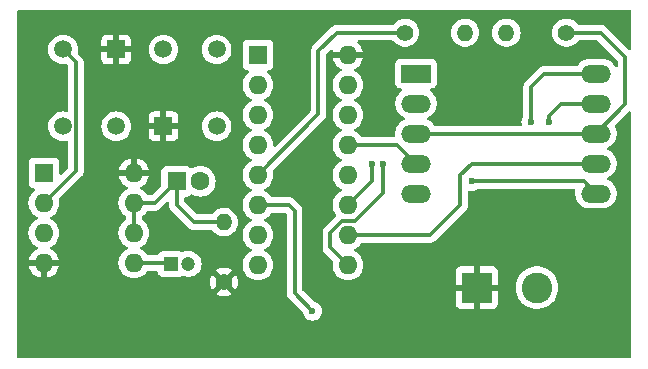
<source format=gbr>
%TF.GenerationSoftware,KiCad,Pcbnew,8.0.5*%
%TF.CreationDate,2025-01-11T13:33:14+03:00*%
%TF.ProjectId,Counter_CD4033,436f756e-7465-4725-9f43-44343033332e,rev?*%
%TF.SameCoordinates,Original*%
%TF.FileFunction,Copper,L1,Top*%
%TF.FilePolarity,Positive*%
%FSLAX46Y46*%
G04 Gerber Fmt 4.6, Leading zero omitted, Abs format (unit mm)*
G04 Created by KiCad (PCBNEW 8.0.5) date 2025-01-11 13:33:14*
%MOMM*%
%LPD*%
G01*
G04 APERTURE LIST*
%TA.AperFunction,ComponentPad*%
%ADD10R,2.524000X1.524000*%
%TD*%
%TA.AperFunction,ComponentPad*%
%ADD11O,2.524000X1.524000*%
%TD*%
%TA.AperFunction,ComponentPad*%
%ADD12R,1.600000X1.600000*%
%TD*%
%TA.AperFunction,ComponentPad*%
%ADD13C,1.600000*%
%TD*%
%TA.AperFunction,ComponentPad*%
%ADD14R,2.600000X2.600000*%
%TD*%
%TA.AperFunction,ComponentPad*%
%ADD15C,2.600000*%
%TD*%
%TA.AperFunction,ComponentPad*%
%ADD16C,1.400000*%
%TD*%
%TA.AperFunction,ComponentPad*%
%ADD17O,1.400000X1.400000*%
%TD*%
%TA.AperFunction,ComponentPad*%
%ADD18R,1.200000X1.200000*%
%TD*%
%TA.AperFunction,ComponentPad*%
%ADD19C,1.200000*%
%TD*%
%TA.AperFunction,ComponentPad*%
%ADD20R,1.498000X1.498000*%
%TD*%
%TA.AperFunction,ComponentPad*%
%ADD21C,1.498000*%
%TD*%
%TA.AperFunction,ComponentPad*%
%ADD22O,1.600000X1.600000*%
%TD*%
%TA.AperFunction,ViaPad*%
%ADD23C,0.600000*%
%TD*%
%TA.AperFunction,Conductor*%
%ADD24C,0.300000*%
%TD*%
G04 APERTURE END LIST*
D10*
%TO.P,7S,1,e*%
%TO.N,Net-(AFF1-e)*%
X153260000Y-69380000D03*
D11*
%TO.P,7S,2,d*%
%TO.N,Net-(AFF1-d)*%
X153260000Y-71920000D03*
%TO.P,7S,3,C.K.*%
%TO.N,Net-(AFF1-C.K.-Pad3)*%
X153260000Y-74460000D03*
%TO.P,7S,4,c*%
%TO.N,Net-(AFF1-c)*%
X153260000Y-77000000D03*
%TO.P,7S,5,DP*%
%TO.N,unconnected-(AFF1-DP-Pad5)*%
X153260000Y-79540000D03*
%TO.P,7S,6,b*%
%TO.N,Net-(AFF1-b)*%
X168500000Y-79540000D03*
%TO.P,7S,7,a*%
%TO.N,Net-(AFF1-a)*%
X168500000Y-77000000D03*
%TO.P,7S,8,C.K.*%
%TO.N,Net-(AFF1-C.K.-Pad3)*%
X168500000Y-74460000D03*
%TO.P,7S,9,f*%
%TO.N,Net-(AFF1-f)*%
X168500000Y-71920000D03*
%TO.P,7S,10,g*%
%TO.N,Net-(AFF1-g)*%
X168500000Y-69380000D03*
%TD*%
D12*
%TO.P,C1,1*%
%TO.N,Net-(U2-DIS)*%
X133000000Y-78500000D03*
D13*
%TO.P,C1,2*%
%TO.N,GND*%
X135000000Y-78500000D03*
%TD*%
D14*
%TO.P,VCC,1,Pin_1*%
%TO.N,VCC*%
X158420000Y-87500000D03*
D15*
%TO.P,VCC,2,Pin_2*%
%TO.N,GND*%
X163500000Y-87500000D03*
%TD*%
D16*
%TO.P,R1,1*%
%TO.N,VCC*%
X137000000Y-87040000D03*
D17*
%TO.P,R1,2*%
%TO.N,Net-(U2-DIS)*%
X137000000Y-81960000D03*
%TD*%
D18*
%TO.P,C2,1*%
%TO.N,Net-(U2-CV)*%
X132500000Y-85500000D03*
D19*
%TO.P,C2,2*%
%TO.N,GND*%
X134000000Y-85500000D03*
%TD*%
D20*
%TO.P,COUNT,1,1*%
%TO.N,VCC*%
X127880000Y-67340000D03*
D21*
%TO.P,COUNT,2,2*%
%TO.N,Net-(U2-TR)*%
X123380000Y-67340000D03*
%TO.P,COUNT,3*%
%TO.N,N/C*%
X127880000Y-73840000D03*
%TO.P,COUNT,4*%
X123380000Y-73840000D03*
%TD*%
D16*
%TO.P,R3,1*%
%TO.N,Net-(U1-CARRY_OUT)*%
X152340000Y-65920000D03*
D17*
%TO.P,R3,2*%
%TO.N,GND*%
X157420000Y-65920000D03*
%TD*%
D12*
%TO.P,CD4033B,1,CLOCK*%
%TO.N,Net-(U1-CLOCK)*%
X139880000Y-67800000D03*
D22*
%TO.P,CD4033B,2,CLOCK_INHIBIT*%
%TO.N,GND*%
X139880000Y-70340000D03*
%TO.P,CD4033B,3,RIPPLE_BLANKING_IN*%
X139880000Y-72880000D03*
%TO.P,CD4033B,4,RIPPLE_BLANKING_OUT*%
%TO.N,unconnected-(U1-RIPPLE_BLANKING_OUT-Pad4)*%
X139880000Y-75420000D03*
%TO.P,CD4033B,5,CARRY_OUT*%
%TO.N,Net-(U1-CARRY_OUT)*%
X139880000Y-77960000D03*
%TO.P,CD4033B,6,f*%
%TO.N,Net-(AFF1-f)*%
X139880000Y-80500000D03*
%TO.P,CD4033B,7,g*%
%TO.N,Net-(AFF1-g)*%
X139880000Y-83040000D03*
%TO.P,CD4033B,8,V_{SS}*%
%TO.N,GND*%
X139880000Y-85580000D03*
%TO.P,CD4033B,9,d*%
%TO.N,Net-(AFF1-d)*%
X147500000Y-85580000D03*
%TO.P,CD4033B,10,a*%
%TO.N,Net-(AFF1-a)*%
X147500000Y-83040000D03*
%TO.P,CD4033B,11,e*%
%TO.N,Net-(AFF1-e)*%
X147500000Y-80500000D03*
%TO.P,CD4033B,12,b*%
%TO.N,Net-(AFF1-b)*%
X147500000Y-77960000D03*
%TO.P,CD4033B,13,c*%
%TO.N,Net-(AFF1-c)*%
X147500000Y-75420000D03*
%TO.P,CD4033B,14,LAMP_TEST*%
%TO.N,GND*%
X147500000Y-72880000D03*
%TO.P,CD4033B,15,RESET*%
%TO.N,Net-(U1-RESET)*%
X147500000Y-70340000D03*
%TO.P,CD4033B,16,V_{DD}*%
%TO.N,VCC*%
X147500000Y-67800000D03*
%TD*%
D16*
%TO.P,R2,1*%
%TO.N,Net-(AFF1-C.K.-Pad3)*%
X166000000Y-65920000D03*
D17*
%TO.P,R2,2*%
%TO.N,GND*%
X160920000Y-65920000D03*
%TD*%
D20*
%TO.P,RESET,1,1*%
%TO.N,VCC*%
X131880000Y-73840000D03*
D21*
%TO.P,RESET,2,2*%
%TO.N,Net-(U1-RESET)*%
X136380000Y-73840000D03*
%TO.P,RESET,3*%
%TO.N,N/C*%
X131880000Y-67340000D03*
%TO.P,RESET,4*%
X136380000Y-67340000D03*
%TD*%
D12*
%TO.P,555,1,GND*%
%TO.N,GND*%
X121760000Y-77800000D03*
D22*
%TO.P,555,2,TR*%
%TO.N,Net-(U2-TR)*%
X121760000Y-80340000D03*
%TO.P,555,3,Q*%
%TO.N,Net-(U1-CLOCK)*%
X121760000Y-82880000D03*
%TO.P,555,4,R*%
%TO.N,VCC*%
X121760000Y-85420000D03*
%TO.P,555,5,CV*%
%TO.N,Net-(U2-CV)*%
X129380000Y-85420000D03*
%TO.P,555,6,THR*%
%TO.N,Net-(U2-DIS)*%
X129380000Y-82880000D03*
%TO.P,555,7,DIS*%
X129380000Y-80340000D03*
%TO.P,555,8,VCC*%
%TO.N,VCC*%
X129380000Y-77800000D03*
%TD*%
D23*
%TO.N,Net-(AFF1-e)*%
X149500000Y-77000000D03*
%TO.N,Net-(AFF1-f)*%
X164500000Y-73500000D03*
X144500000Y-89500000D03*
%TO.N,Net-(AFF1-d)*%
X150500000Y-77000000D03*
%TO.N,Net-(AFF1-b)*%
X158000000Y-78500000D03*
%TO.N,Net-(AFF1-g)*%
X163000000Y-73500000D03*
%TD*%
D24*
%TO.N,Net-(AFF1-e)*%
X147500000Y-80500000D02*
X149500000Y-78500000D01*
X149500000Y-78500000D02*
X149500000Y-77000000D01*
%TO.N,Net-(AFF1-f)*%
X165580000Y-71920000D02*
X165500000Y-72000000D01*
X144500000Y-89500000D02*
X143000000Y-88000000D01*
X142500000Y-80500000D02*
X139880000Y-80500000D01*
X143000000Y-81000000D02*
X142500000Y-80500000D01*
X168500000Y-71920000D02*
X165580000Y-71920000D01*
X143000000Y-88000000D02*
X143000000Y-81000000D01*
X164500000Y-73000000D02*
X164500000Y-73500000D01*
X165500000Y-72000000D02*
X164500000Y-73000000D01*
%TO.N,Net-(AFF1-d)*%
X147500000Y-85580000D02*
X146000000Y-84080000D01*
X146000000Y-84080000D02*
X146000000Y-83000000D01*
X148110000Y-81890000D02*
X150500000Y-79500000D01*
X146000000Y-83000000D02*
X146000000Y-82913654D01*
X147023654Y-81890000D02*
X148110000Y-81890000D01*
X150500000Y-79500000D02*
X150500000Y-77000000D01*
X146000000Y-82913654D02*
X147023654Y-81890000D01*
%TO.N,Net-(AFF1-a)*%
X154460000Y-83040000D02*
X157000000Y-80500000D01*
X147500000Y-83040000D02*
X154460000Y-83040000D01*
X158000000Y-77000000D02*
X168500000Y-77000000D01*
X157000000Y-78000000D02*
X158000000Y-77000000D01*
X157000000Y-80500000D02*
X157000000Y-78000000D01*
%TO.N,Net-(AFF1-b)*%
X167460000Y-78500000D02*
X168500000Y-79540000D01*
X158000000Y-78500000D02*
X167460000Y-78500000D01*
%TO.N,Net-(AFF1-c)*%
X151680000Y-75420000D02*
X153260000Y-77000000D01*
X147500000Y-75420000D02*
X151680000Y-75420000D01*
%TO.N,Net-(AFF1-C.K.-Pad3)*%
X171000000Y-71960000D02*
X168500000Y-74460000D01*
X171000000Y-68000000D02*
X171000000Y-71960000D01*
X168920000Y-65920000D02*
X171000000Y-68000000D01*
X166000000Y-65920000D02*
X168920000Y-65920000D01*
X168500000Y-74460000D02*
X153260000Y-74460000D01*
%TO.N,Net-(AFF1-g)*%
X164120000Y-69380000D02*
X163000000Y-70500000D01*
X168500000Y-69380000D02*
X164120000Y-69380000D01*
X163000000Y-70500000D02*
X163000000Y-73500000D01*
%TO.N,Net-(U2-DIS)*%
X129380000Y-82880000D02*
X129380000Y-80340000D01*
X133000000Y-80500000D02*
X133000000Y-78500000D01*
X131160000Y-80340000D02*
X133000000Y-78500000D01*
X129380000Y-80340000D02*
X131160000Y-80340000D01*
X134460000Y-81960000D02*
X133000000Y-80500000D01*
X137000000Y-81960000D02*
X134460000Y-81960000D01*
%TO.N,Net-(U2-CV)*%
X129380000Y-85420000D02*
X132420000Y-85420000D01*
X132420000Y-85420000D02*
X132500000Y-85500000D01*
%TO.N,Net-(U1-CARRY_OUT)*%
X145000000Y-72840000D02*
X145000000Y-67500000D01*
X145000000Y-67500000D02*
X146580000Y-65920000D01*
X139880000Y-77960000D02*
X145000000Y-72840000D01*
X146580000Y-65920000D02*
X152340000Y-65920000D01*
%TO.N,Net-(U2-TR)*%
X124479000Y-77621000D02*
X124479000Y-68439000D01*
X124479000Y-68439000D02*
X123380000Y-67340000D01*
X121760000Y-80340000D02*
X124479000Y-77621000D01*
%TD*%
%TA.AperFunction,Conductor*%
%TO.N,VCC*%
G36*
X171442539Y-64020185D02*
G01*
X171488294Y-64072989D01*
X171499500Y-64124500D01*
X171499500Y-67280192D01*
X171479815Y-67347231D01*
X171427011Y-67392986D01*
X171357853Y-67402930D01*
X171294297Y-67373905D01*
X171287819Y-67367873D01*
X169334674Y-65414727D01*
X169334673Y-65414726D01*
X169334669Y-65414723D01*
X169228127Y-65343535D01*
X169109744Y-65294499D01*
X169109738Y-65294497D01*
X168984071Y-65269500D01*
X168984069Y-65269500D01*
X167074863Y-65269500D01*
X167007824Y-65249815D01*
X166975909Y-65220227D01*
X166962854Y-65202939D01*
X166890981Y-65107764D01*
X166890978Y-65107761D01*
X166890974Y-65107757D01*
X166726562Y-64957876D01*
X166726560Y-64957874D01*
X166537404Y-64840754D01*
X166537398Y-64840752D01*
X166329940Y-64760382D01*
X166111243Y-64719500D01*
X165888757Y-64719500D01*
X165670060Y-64760382D01*
X165538864Y-64811207D01*
X165462601Y-64840752D01*
X165462595Y-64840754D01*
X165273439Y-64957874D01*
X165273437Y-64957876D01*
X165109020Y-65107761D01*
X164974943Y-65285308D01*
X164974938Y-65285316D01*
X164875775Y-65484461D01*
X164875769Y-65484476D01*
X164814885Y-65698462D01*
X164814884Y-65698464D01*
X164794357Y-65919999D01*
X164794357Y-65920000D01*
X164814884Y-66141535D01*
X164814885Y-66141537D01*
X164875769Y-66355523D01*
X164875775Y-66355538D01*
X164974938Y-66554683D01*
X164974943Y-66554691D01*
X165109020Y-66732238D01*
X165273437Y-66882123D01*
X165273439Y-66882125D01*
X165462595Y-66999245D01*
X165462596Y-66999245D01*
X165462599Y-66999247D01*
X165670060Y-67079618D01*
X165888757Y-67120500D01*
X165888759Y-67120500D01*
X166111241Y-67120500D01*
X166111243Y-67120500D01*
X166329940Y-67079618D01*
X166537401Y-66999247D01*
X166726562Y-66882124D01*
X166890981Y-66732236D01*
X166975909Y-66619773D01*
X167032018Y-66578137D01*
X167074863Y-66570500D01*
X168599192Y-66570500D01*
X168666231Y-66590185D01*
X168686873Y-66606819D01*
X170313181Y-68233126D01*
X170346666Y-68294449D01*
X170349500Y-68320807D01*
X170349500Y-68731149D01*
X170329815Y-68798188D01*
X170277011Y-68843943D01*
X170207853Y-68853887D01*
X170144297Y-68824862D01*
X170115016Y-68787445D01*
X170079788Y-68718307D01*
X170028617Y-68647876D01*
X169962981Y-68557536D01*
X169822464Y-68417019D01*
X169661694Y-68300213D01*
X169601309Y-68269445D01*
X169484632Y-68209994D01*
X169484629Y-68209993D01*
X169295637Y-68148587D01*
X169183813Y-68130876D01*
X169099361Y-68117500D01*
X167900639Y-68117500D01*
X167835214Y-68127862D01*
X167704362Y-68148587D01*
X167515370Y-68209993D01*
X167515367Y-68209994D01*
X167338305Y-68300213D01*
X167177533Y-68417021D01*
X167037021Y-68557533D01*
X167037016Y-68557539D01*
X166949217Y-68678385D01*
X166893887Y-68721051D01*
X166848899Y-68729500D01*
X164055929Y-68729500D01*
X163930261Y-68754497D01*
X163930255Y-68754499D01*
X163811875Y-68803533D01*
X163811866Y-68803538D01*
X163705331Y-68874723D01*
X163705327Y-68874726D01*
X162494723Y-70085330D01*
X162476031Y-70113307D01*
X162476030Y-70113308D01*
X162423534Y-70191874D01*
X162374499Y-70310255D01*
X162374497Y-70310261D01*
X162349500Y-70435928D01*
X162349500Y-72994931D01*
X162330494Y-73060903D01*
X162274211Y-73150477D01*
X162274209Y-73150481D01*
X162214633Y-73320737D01*
X162214630Y-73320750D01*
X162194435Y-73499996D01*
X162194435Y-73500003D01*
X162213771Y-73671617D01*
X162201717Y-73740438D01*
X162154367Y-73791818D01*
X162090551Y-73809500D01*
X154911101Y-73809500D01*
X154844062Y-73789815D01*
X154810783Y-73758385D01*
X154722983Y-73637539D01*
X154722978Y-73637533D01*
X154582466Y-73497021D01*
X154582464Y-73497019D01*
X154421694Y-73380213D01*
X154265218Y-73300484D01*
X154214423Y-73252510D01*
X154197628Y-73184689D01*
X154220165Y-73118554D01*
X154265218Y-73079515D01*
X154421694Y-72999787D01*
X154582464Y-72882981D01*
X154722981Y-72742464D01*
X154839787Y-72581694D01*
X154930005Y-72404632D01*
X154991413Y-72215636D01*
X155022500Y-72019361D01*
X155022500Y-71820639D01*
X154991413Y-71624364D01*
X154950231Y-71497618D01*
X154930006Y-71435370D01*
X154930005Y-71435367D01*
X154858227Y-71294497D01*
X154839787Y-71258306D01*
X154722981Y-71097536D01*
X154582464Y-70957019D01*
X154458310Y-70866816D01*
X154415646Y-70811487D01*
X154409667Y-70741874D01*
X154442273Y-70680079D01*
X154503112Y-70645721D01*
X154531196Y-70642499D01*
X154569872Y-70642499D01*
X154629483Y-70636091D01*
X154764331Y-70585796D01*
X154879546Y-70499546D01*
X154965796Y-70384331D01*
X155016091Y-70249483D01*
X155022500Y-70189873D01*
X155022499Y-68570128D01*
X155016091Y-68510517D01*
X154994445Y-68452482D01*
X154965797Y-68375671D01*
X154965793Y-68375664D01*
X154879547Y-68260455D01*
X154879544Y-68260452D01*
X154764335Y-68174206D01*
X154764328Y-68174202D01*
X154629482Y-68123908D01*
X154629483Y-68123908D01*
X154569883Y-68117501D01*
X154569881Y-68117500D01*
X154569873Y-68117500D01*
X154569864Y-68117500D01*
X151950129Y-68117500D01*
X151950123Y-68117501D01*
X151890516Y-68123908D01*
X151755671Y-68174202D01*
X151755664Y-68174206D01*
X151640455Y-68260452D01*
X151640452Y-68260455D01*
X151554206Y-68375664D01*
X151554202Y-68375671D01*
X151503908Y-68510517D01*
X151498853Y-68557539D01*
X151497501Y-68570123D01*
X151497500Y-68570135D01*
X151497500Y-70189870D01*
X151497501Y-70189876D01*
X151503908Y-70249483D01*
X151554202Y-70384328D01*
X151554206Y-70384335D01*
X151640452Y-70499544D01*
X151640455Y-70499547D01*
X151755664Y-70585793D01*
X151755671Y-70585797D01*
X151890517Y-70636091D01*
X151890516Y-70636091D01*
X151897444Y-70636835D01*
X151950127Y-70642500D01*
X151988801Y-70642499D01*
X152055838Y-70662182D01*
X152101594Y-70714985D01*
X152111539Y-70784143D01*
X152082516Y-70847699D01*
X152061687Y-70866816D01*
X151937542Y-70957014D01*
X151937533Y-70957021D01*
X151797021Y-71097533D01*
X151680213Y-71258305D01*
X151589994Y-71435367D01*
X151589993Y-71435370D01*
X151528587Y-71624362D01*
X151497500Y-71820639D01*
X151497500Y-72019360D01*
X151528587Y-72215637D01*
X151589993Y-72404629D01*
X151589994Y-72404632D01*
X151648366Y-72519191D01*
X151680213Y-72581694D01*
X151797019Y-72742464D01*
X151937536Y-72882981D01*
X152098306Y-72999787D01*
X152216832Y-73060179D01*
X152254780Y-73079515D01*
X152305576Y-73127490D01*
X152322371Y-73195311D01*
X152299833Y-73261446D01*
X152254780Y-73300485D01*
X152098305Y-73380213D01*
X151937533Y-73497021D01*
X151797021Y-73637533D01*
X151680213Y-73798305D01*
X151589994Y-73975367D01*
X151589993Y-73975370D01*
X151528587Y-74164362D01*
X151497500Y-74360639D01*
X151497500Y-74559360D01*
X151508071Y-74626102D01*
X151499117Y-74695395D01*
X151454120Y-74748847D01*
X151387369Y-74769487D01*
X151385598Y-74769500D01*
X148696683Y-74769500D01*
X148629644Y-74749815D01*
X148595108Y-74716623D01*
X148500045Y-74580858D01*
X148339141Y-74419954D01*
X148152734Y-74289432D01*
X148152728Y-74289429D01*
X148108890Y-74268987D01*
X148094724Y-74262381D01*
X148042285Y-74216210D01*
X148023133Y-74149017D01*
X148043348Y-74082135D01*
X148094725Y-74037618D01*
X148152734Y-74010568D01*
X148339139Y-73880047D01*
X148500047Y-73719139D01*
X148630568Y-73532734D01*
X148726739Y-73326496D01*
X148785635Y-73106692D01*
X148805207Y-72882981D01*
X148805468Y-72880001D01*
X148805468Y-72879998D01*
X148785635Y-72653313D01*
X148785635Y-72653308D01*
X148726739Y-72433504D01*
X148630568Y-72227266D01*
X148500047Y-72040861D01*
X148500045Y-72040858D01*
X148339141Y-71879954D01*
X148152734Y-71749432D01*
X148152728Y-71749429D01*
X148094725Y-71722382D01*
X148042285Y-71676210D01*
X148023133Y-71609017D01*
X148043348Y-71542135D01*
X148094725Y-71497618D01*
X148152734Y-71470568D01*
X148339139Y-71340047D01*
X148500047Y-71179139D01*
X148630568Y-70992734D01*
X148726739Y-70786496D01*
X148785635Y-70566692D01*
X148805207Y-70342981D01*
X148805468Y-70340001D01*
X148805468Y-70339998D01*
X148793435Y-70202460D01*
X148785635Y-70113308D01*
X148726739Y-69893504D01*
X148630568Y-69687266D01*
X148500047Y-69500861D01*
X148500045Y-69500858D01*
X148339141Y-69339954D01*
X148152734Y-69209432D01*
X148152732Y-69209431D01*
X148129612Y-69198650D01*
X148094132Y-69182105D01*
X148041694Y-69135934D01*
X148022542Y-69068740D01*
X148042758Y-69001859D01*
X148094134Y-68957341D01*
X148152484Y-68930132D01*
X148338820Y-68799657D01*
X148499657Y-68638820D01*
X148630134Y-68452482D01*
X148726265Y-68246326D01*
X148726269Y-68246317D01*
X148778872Y-68050000D01*
X147815686Y-68050000D01*
X147820080Y-68045606D01*
X147872741Y-67954394D01*
X147900000Y-67852661D01*
X147900000Y-67747339D01*
X147872741Y-67645606D01*
X147820080Y-67554394D01*
X147815686Y-67550000D01*
X148778872Y-67550000D01*
X148778872Y-67549999D01*
X148726269Y-67353682D01*
X148726265Y-67353673D01*
X148630134Y-67147517D01*
X148499657Y-66961179D01*
X148338820Y-66800342D01*
X148332726Y-66796075D01*
X148289102Y-66741498D01*
X148281909Y-66671999D01*
X148313431Y-66609645D01*
X148373661Y-66574231D01*
X148403850Y-66570500D01*
X151265137Y-66570500D01*
X151332176Y-66590185D01*
X151364091Y-66619773D01*
X151434391Y-66712866D01*
X151449021Y-66732238D01*
X151449025Y-66732242D01*
X151613437Y-66882123D01*
X151613439Y-66882125D01*
X151802595Y-66999245D01*
X151802596Y-66999245D01*
X151802599Y-66999247D01*
X152010060Y-67079618D01*
X152228757Y-67120500D01*
X152228759Y-67120500D01*
X152451241Y-67120500D01*
X152451243Y-67120500D01*
X152669940Y-67079618D01*
X152877401Y-66999247D01*
X153066562Y-66882124D01*
X153220821Y-66741498D01*
X153230979Y-66732238D01*
X153245609Y-66712866D01*
X153365058Y-66554689D01*
X153464229Y-66355528D01*
X153525115Y-66141536D01*
X153545643Y-65920000D01*
X153545643Y-65919999D01*
X156214357Y-65919999D01*
X156214357Y-65920000D01*
X156234884Y-66141535D01*
X156234885Y-66141537D01*
X156295769Y-66355523D01*
X156295775Y-66355538D01*
X156394938Y-66554683D01*
X156394943Y-66554691D01*
X156529020Y-66732238D01*
X156693437Y-66882123D01*
X156693439Y-66882125D01*
X156882595Y-66999245D01*
X156882596Y-66999245D01*
X156882599Y-66999247D01*
X157090060Y-67079618D01*
X157308757Y-67120500D01*
X157308759Y-67120500D01*
X157531241Y-67120500D01*
X157531243Y-67120500D01*
X157749940Y-67079618D01*
X157957401Y-66999247D01*
X158146562Y-66882124D01*
X158300821Y-66741498D01*
X158310979Y-66732238D01*
X158325609Y-66712866D01*
X158445058Y-66554689D01*
X158544229Y-66355528D01*
X158605115Y-66141536D01*
X158625643Y-65920000D01*
X158625643Y-65919999D01*
X159714357Y-65919999D01*
X159714357Y-65920000D01*
X159734884Y-66141535D01*
X159734885Y-66141537D01*
X159795769Y-66355523D01*
X159795775Y-66355538D01*
X159894938Y-66554683D01*
X159894943Y-66554691D01*
X160029020Y-66732238D01*
X160193437Y-66882123D01*
X160193439Y-66882125D01*
X160382595Y-66999245D01*
X160382596Y-66999245D01*
X160382599Y-66999247D01*
X160590060Y-67079618D01*
X160808757Y-67120500D01*
X160808759Y-67120500D01*
X161031241Y-67120500D01*
X161031243Y-67120500D01*
X161249940Y-67079618D01*
X161457401Y-66999247D01*
X161646562Y-66882124D01*
X161800821Y-66741498D01*
X161810979Y-66732238D01*
X161825609Y-66712866D01*
X161945058Y-66554689D01*
X162044229Y-66355528D01*
X162105115Y-66141536D01*
X162125643Y-65920000D01*
X162105115Y-65698464D01*
X162044229Y-65484472D01*
X162044224Y-65484461D01*
X161945061Y-65285316D01*
X161945056Y-65285308D01*
X161810979Y-65107761D01*
X161646562Y-64957876D01*
X161646560Y-64957874D01*
X161457404Y-64840754D01*
X161457398Y-64840752D01*
X161249940Y-64760382D01*
X161031243Y-64719500D01*
X160808757Y-64719500D01*
X160590060Y-64760382D01*
X160458864Y-64811207D01*
X160382601Y-64840752D01*
X160382595Y-64840754D01*
X160193439Y-64957874D01*
X160193437Y-64957876D01*
X160029020Y-65107761D01*
X159894943Y-65285308D01*
X159894938Y-65285316D01*
X159795775Y-65484461D01*
X159795769Y-65484476D01*
X159734885Y-65698462D01*
X159734884Y-65698464D01*
X159714357Y-65919999D01*
X158625643Y-65919999D01*
X158605115Y-65698464D01*
X158544229Y-65484472D01*
X158544224Y-65484461D01*
X158445061Y-65285316D01*
X158445056Y-65285308D01*
X158310979Y-65107761D01*
X158146562Y-64957876D01*
X158146560Y-64957874D01*
X157957404Y-64840754D01*
X157957398Y-64840752D01*
X157749940Y-64760382D01*
X157531243Y-64719500D01*
X157308757Y-64719500D01*
X157090060Y-64760382D01*
X156958864Y-64811207D01*
X156882601Y-64840752D01*
X156882595Y-64840754D01*
X156693439Y-64957874D01*
X156693437Y-64957876D01*
X156529020Y-65107761D01*
X156394943Y-65285308D01*
X156394938Y-65285316D01*
X156295775Y-65484461D01*
X156295769Y-65484476D01*
X156234885Y-65698462D01*
X156234884Y-65698464D01*
X156214357Y-65919999D01*
X153545643Y-65919999D01*
X153525115Y-65698464D01*
X153464229Y-65484472D01*
X153464224Y-65484461D01*
X153365061Y-65285316D01*
X153365056Y-65285308D01*
X153230979Y-65107761D01*
X153066562Y-64957876D01*
X153066560Y-64957874D01*
X152877404Y-64840754D01*
X152877398Y-64840752D01*
X152669940Y-64760382D01*
X152451243Y-64719500D01*
X152228757Y-64719500D01*
X152010060Y-64760382D01*
X151878864Y-64811207D01*
X151802601Y-64840752D01*
X151802595Y-64840754D01*
X151613439Y-64957874D01*
X151613437Y-64957876D01*
X151449025Y-65107757D01*
X151449021Y-65107761D01*
X151364091Y-65220227D01*
X151307982Y-65261863D01*
X151265137Y-65269500D01*
X146515929Y-65269500D01*
X146390261Y-65294497D01*
X146390255Y-65294499D01*
X146271870Y-65343535D01*
X146165331Y-65414722D01*
X146165324Y-65414728D01*
X144494726Y-67085326D01*
X144423534Y-67191874D01*
X144374499Y-67310255D01*
X144374497Y-67310261D01*
X144349500Y-67435928D01*
X144349500Y-72519191D01*
X144329815Y-72586230D01*
X144313181Y-72606872D01*
X141396208Y-75523844D01*
X141334885Y-75557329D01*
X141265193Y-75552345D01*
X141209260Y-75510473D01*
X141184843Y-75445009D01*
X141184998Y-75425361D01*
X141185468Y-75420000D01*
X141165635Y-75193308D01*
X141106739Y-74973504D01*
X141010568Y-74767266D01*
X140880047Y-74580861D01*
X140880045Y-74580858D01*
X140719141Y-74419954D01*
X140532734Y-74289432D01*
X140532728Y-74289429D01*
X140488890Y-74268987D01*
X140474724Y-74262381D01*
X140422285Y-74216210D01*
X140403133Y-74149017D01*
X140423348Y-74082135D01*
X140474725Y-74037618D01*
X140532734Y-74010568D01*
X140719139Y-73880047D01*
X140880047Y-73719139D01*
X141010568Y-73532734D01*
X141106739Y-73326496D01*
X141165635Y-73106692D01*
X141185207Y-72882981D01*
X141185468Y-72880001D01*
X141185468Y-72879998D01*
X141165635Y-72653313D01*
X141165635Y-72653308D01*
X141106739Y-72433504D01*
X141010568Y-72227266D01*
X140880047Y-72040861D01*
X140880045Y-72040858D01*
X140719141Y-71879954D01*
X140532734Y-71749432D01*
X140532728Y-71749429D01*
X140474725Y-71722382D01*
X140422285Y-71676210D01*
X140403133Y-71609017D01*
X140423348Y-71542135D01*
X140474725Y-71497618D01*
X140532734Y-71470568D01*
X140719139Y-71340047D01*
X140880047Y-71179139D01*
X141010568Y-70992734D01*
X141106739Y-70786496D01*
X141165635Y-70566692D01*
X141185207Y-70342981D01*
X141185468Y-70340001D01*
X141185468Y-70339998D01*
X141173435Y-70202460D01*
X141165635Y-70113308D01*
X141106739Y-69893504D01*
X141010568Y-69687266D01*
X140880047Y-69500861D01*
X140880045Y-69500858D01*
X140719143Y-69339956D01*
X140694536Y-69322726D01*
X140650912Y-69268149D01*
X140643719Y-69198650D01*
X140675241Y-69136296D01*
X140735471Y-69100882D01*
X140752404Y-69097861D01*
X140787483Y-69094091D01*
X140922331Y-69043796D01*
X141037546Y-68957546D01*
X141123796Y-68842331D01*
X141174091Y-68707483D01*
X141180500Y-68647873D01*
X141180499Y-66952128D01*
X141174091Y-66892517D01*
X141170214Y-66882123D01*
X141123797Y-66757671D01*
X141123793Y-66757664D01*
X141037547Y-66642455D01*
X141037544Y-66642452D01*
X140922335Y-66556206D01*
X140922328Y-66556202D01*
X140787482Y-66505908D01*
X140787483Y-66505908D01*
X140727883Y-66499501D01*
X140727881Y-66499500D01*
X140727873Y-66499500D01*
X140727864Y-66499500D01*
X139032129Y-66499500D01*
X139032123Y-66499501D01*
X138972516Y-66505908D01*
X138837671Y-66556202D01*
X138837664Y-66556206D01*
X138722455Y-66642452D01*
X138722452Y-66642455D01*
X138636206Y-66757664D01*
X138636202Y-66757671D01*
X138585908Y-66892517D01*
X138580384Y-66943902D01*
X138579501Y-66952123D01*
X138579500Y-66952135D01*
X138579500Y-68647870D01*
X138579501Y-68647876D01*
X138585908Y-68707483D01*
X138636202Y-68842328D01*
X138636206Y-68842335D01*
X138722452Y-68957544D01*
X138722455Y-68957547D01*
X138837664Y-69043793D01*
X138837671Y-69043797D01*
X138866006Y-69054365D01*
X138972517Y-69094091D01*
X139007596Y-69097862D01*
X139072144Y-69124599D01*
X139111993Y-69181991D01*
X139114488Y-69251816D01*
X139078836Y-69311905D01*
X139065464Y-69322725D01*
X139040858Y-69339954D01*
X138879954Y-69500858D01*
X138749432Y-69687265D01*
X138749431Y-69687267D01*
X138653261Y-69893502D01*
X138653258Y-69893511D01*
X138594366Y-70113302D01*
X138594364Y-70113313D01*
X138574532Y-70339998D01*
X138574532Y-70340001D01*
X138594364Y-70566686D01*
X138594366Y-70566697D01*
X138653258Y-70786488D01*
X138653261Y-70786497D01*
X138749431Y-70992732D01*
X138749432Y-70992734D01*
X138879954Y-71179141D01*
X139040858Y-71340045D01*
X139040861Y-71340047D01*
X139227266Y-71470568D01*
X139285275Y-71497618D01*
X139337714Y-71543791D01*
X139356866Y-71610984D01*
X139336650Y-71677865D01*
X139285275Y-71722382D01*
X139227267Y-71749431D01*
X139227265Y-71749432D01*
X139040858Y-71879954D01*
X138879954Y-72040858D01*
X138749432Y-72227265D01*
X138749431Y-72227267D01*
X138653261Y-72433502D01*
X138653258Y-72433511D01*
X138594366Y-72653302D01*
X138594364Y-72653313D01*
X138574532Y-72879998D01*
X138574532Y-72880001D01*
X138594364Y-73106686D01*
X138594366Y-73106697D01*
X138653258Y-73326488D01*
X138653261Y-73326497D01*
X138749431Y-73532732D01*
X138749432Y-73532734D01*
X138879954Y-73719141D01*
X139040858Y-73880045D01*
X139040861Y-73880047D01*
X139227266Y-74010568D01*
X139285275Y-74037618D01*
X139337714Y-74083791D01*
X139356866Y-74150984D01*
X139336650Y-74217865D01*
X139285275Y-74262382D01*
X139227267Y-74289431D01*
X139227265Y-74289432D01*
X139040858Y-74419954D01*
X138879954Y-74580858D01*
X138749432Y-74767265D01*
X138749431Y-74767267D01*
X138653261Y-74973502D01*
X138653258Y-74973511D01*
X138594366Y-75193302D01*
X138594364Y-75193313D01*
X138574532Y-75419998D01*
X138574532Y-75420001D01*
X138594364Y-75646686D01*
X138594366Y-75646697D01*
X138653258Y-75866488D01*
X138653261Y-75866497D01*
X138749431Y-76072732D01*
X138749432Y-76072734D01*
X138879954Y-76259141D01*
X139040858Y-76420045D01*
X139087693Y-76452839D01*
X139227266Y-76550568D01*
X139285275Y-76577618D01*
X139337714Y-76623791D01*
X139356866Y-76690984D01*
X139336650Y-76757865D01*
X139285275Y-76802382D01*
X139227267Y-76829431D01*
X139227265Y-76829432D01*
X139040858Y-76959954D01*
X138879954Y-77120858D01*
X138749432Y-77307265D01*
X138749431Y-77307267D01*
X138653261Y-77513502D01*
X138653258Y-77513511D01*
X138594366Y-77733302D01*
X138594364Y-77733313D01*
X138574532Y-77959998D01*
X138574532Y-77960001D01*
X138594364Y-78186686D01*
X138594366Y-78186697D01*
X138653258Y-78406488D01*
X138653261Y-78406497D01*
X138749431Y-78612732D01*
X138749432Y-78612734D01*
X138879954Y-78799141D01*
X139040858Y-78960045D01*
X139040861Y-78960047D01*
X139227266Y-79090568D01*
X139285275Y-79117618D01*
X139337714Y-79163791D01*
X139356866Y-79230984D01*
X139336650Y-79297865D01*
X139285275Y-79342382D01*
X139227267Y-79369431D01*
X139227265Y-79369432D01*
X139040858Y-79499954D01*
X138879954Y-79660858D01*
X138749432Y-79847265D01*
X138749431Y-79847267D01*
X138653261Y-80053502D01*
X138653258Y-80053511D01*
X138594366Y-80273302D01*
X138594364Y-80273313D01*
X138574532Y-80499998D01*
X138574532Y-80500001D01*
X138594364Y-80726686D01*
X138594366Y-80726697D01*
X138653258Y-80946488D01*
X138653261Y-80946497D01*
X138749431Y-81152732D01*
X138749432Y-81152734D01*
X138879954Y-81339141D01*
X139040858Y-81500045D01*
X139040861Y-81500047D01*
X139227266Y-81630568D01*
X139285275Y-81657618D01*
X139337714Y-81703791D01*
X139356866Y-81770984D01*
X139336650Y-81837865D01*
X139285275Y-81882382D01*
X139227267Y-81909431D01*
X139227265Y-81909432D01*
X139040858Y-82039954D01*
X138879954Y-82200858D01*
X138749432Y-82387265D01*
X138749431Y-82387267D01*
X138653261Y-82593502D01*
X138653258Y-82593511D01*
X138594366Y-82813302D01*
X138594364Y-82813313D01*
X138574532Y-83039998D01*
X138574532Y-83040001D01*
X138594364Y-83266686D01*
X138594366Y-83266697D01*
X138653258Y-83486488D01*
X138653261Y-83486497D01*
X138749431Y-83692732D01*
X138749432Y-83692734D01*
X138879954Y-83879141D01*
X139040858Y-84040045D01*
X139040861Y-84040047D01*
X139227266Y-84170568D01*
X139285275Y-84197618D01*
X139337714Y-84243791D01*
X139356866Y-84310984D01*
X139336650Y-84377865D01*
X139285275Y-84422382D01*
X139227267Y-84449431D01*
X139227265Y-84449432D01*
X139040858Y-84579954D01*
X138879954Y-84740858D01*
X138749432Y-84927265D01*
X138749431Y-84927267D01*
X138653261Y-85133502D01*
X138653258Y-85133511D01*
X138594366Y-85353302D01*
X138594364Y-85353313D01*
X138574532Y-85579998D01*
X138574532Y-85580001D01*
X138594364Y-85806686D01*
X138594366Y-85806697D01*
X138653258Y-86026488D01*
X138653261Y-86026497D01*
X138749431Y-86232732D01*
X138749432Y-86232734D01*
X138879954Y-86419141D01*
X139040858Y-86580045D01*
X139040861Y-86580047D01*
X139227266Y-86710568D01*
X139433504Y-86806739D01*
X139653308Y-86865635D01*
X139815230Y-86879801D01*
X139879998Y-86885468D01*
X139880000Y-86885468D01*
X139880002Y-86885468D01*
X139936673Y-86880509D01*
X140106692Y-86865635D01*
X140326496Y-86806739D01*
X140532734Y-86710568D01*
X140719139Y-86580047D01*
X140880047Y-86419139D01*
X141010568Y-86232734D01*
X141106739Y-86026496D01*
X141165635Y-85806692D01*
X141185468Y-85580000D01*
X141165635Y-85353308D01*
X141106739Y-85133504D01*
X141010568Y-84927266D01*
X140880047Y-84740861D01*
X140880045Y-84740858D01*
X140719141Y-84579954D01*
X140532734Y-84449432D01*
X140532728Y-84449429D01*
X140474725Y-84422382D01*
X140422285Y-84376210D01*
X140403133Y-84309017D01*
X140423348Y-84242135D01*
X140474725Y-84197618D01*
X140532734Y-84170568D01*
X140719139Y-84040047D01*
X140880047Y-83879139D01*
X141010568Y-83692734D01*
X141106739Y-83486496D01*
X141165635Y-83266692D01*
X141185468Y-83040000D01*
X141165635Y-82813308D01*
X141106739Y-82593504D01*
X141010568Y-82387266D01*
X140880047Y-82200861D01*
X140880045Y-82200858D01*
X140719141Y-82039954D01*
X140532734Y-81909432D01*
X140532728Y-81909429D01*
X140474725Y-81882382D01*
X140422285Y-81836210D01*
X140403133Y-81769017D01*
X140423348Y-81702135D01*
X140474725Y-81657618D01*
X140532734Y-81630568D01*
X140719139Y-81500047D01*
X140880047Y-81339139D01*
X140975108Y-81203377D01*
X141029685Y-81159752D01*
X141076683Y-81150500D01*
X142179192Y-81150500D01*
X142246231Y-81170185D01*
X142266873Y-81186819D01*
X142313181Y-81233127D01*
X142346666Y-81294450D01*
X142349500Y-81320808D01*
X142349500Y-88064069D01*
X142349500Y-88064071D01*
X142349499Y-88064071D01*
X142374497Y-88189738D01*
X142374499Y-88189744D01*
X142423534Y-88308125D01*
X142494726Y-88414673D01*
X142494727Y-88414674D01*
X143678277Y-89598223D01*
X143711762Y-89659546D01*
X143713815Y-89672012D01*
X143714630Y-89679246D01*
X143714632Y-89679255D01*
X143774210Y-89849521D01*
X143870184Y-90002262D01*
X143997738Y-90129816D01*
X144150478Y-90225789D01*
X144320745Y-90285368D01*
X144320750Y-90285369D01*
X144499996Y-90305565D01*
X144500000Y-90305565D01*
X144500004Y-90305565D01*
X144679249Y-90285369D01*
X144679252Y-90285368D01*
X144679255Y-90285368D01*
X144849522Y-90225789D01*
X145002262Y-90129816D01*
X145129816Y-90002262D01*
X145225789Y-89849522D01*
X145285368Y-89679255D01*
X145305565Y-89500000D01*
X145285368Y-89320745D01*
X145225789Y-89150478D01*
X145129816Y-88997738D01*
X145002262Y-88870184D01*
X144966681Y-88847827D01*
X144849521Y-88774210D01*
X144679255Y-88714632D01*
X144679246Y-88714630D01*
X144672012Y-88713815D01*
X144607600Y-88686744D01*
X144598223Y-88678277D01*
X143686819Y-87766873D01*
X143653334Y-87705550D01*
X143650500Y-87679192D01*
X143650500Y-80935928D01*
X143625502Y-80810261D01*
X143625501Y-80810260D01*
X143625501Y-80810256D01*
X143576465Y-80691873D01*
X143528299Y-80619787D01*
X143505277Y-80585331D01*
X143212666Y-80292720D01*
X142914674Y-79994727D01*
X142914673Y-79994726D01*
X142914669Y-79994723D01*
X142808127Y-79923535D01*
X142786720Y-79914668D01*
X142689744Y-79874499D01*
X142689738Y-79874497D01*
X142564071Y-79849500D01*
X142564069Y-79849500D01*
X141076683Y-79849500D01*
X141009644Y-79829815D01*
X140975108Y-79796623D01*
X140880045Y-79660858D01*
X140719141Y-79499954D01*
X140532734Y-79369432D01*
X140532728Y-79369429D01*
X140474725Y-79342382D01*
X140422285Y-79296210D01*
X140403133Y-79229017D01*
X140423348Y-79162135D01*
X140474725Y-79117618D01*
X140532734Y-79090568D01*
X140719139Y-78960047D01*
X140880047Y-78799139D01*
X141010568Y-78612734D01*
X141106739Y-78406496D01*
X141165635Y-78186692D01*
X141185207Y-77962981D01*
X141185468Y-77960001D01*
X141185468Y-77959998D01*
X141175801Y-77849502D01*
X141165635Y-77733308D01*
X141154790Y-77692834D01*
X141156453Y-77622984D01*
X141186882Y-77573062D01*
X145505276Y-73254670D01*
X145553498Y-73182500D01*
X145576464Y-73148129D01*
X145585013Y-73127490D01*
X145625501Y-73029744D01*
X145631460Y-72999787D01*
X145650500Y-72904069D01*
X145650500Y-67820808D01*
X145670185Y-67753769D01*
X145686819Y-67733127D01*
X145854427Y-67565519D01*
X146022440Y-67397505D01*
X146083761Y-67364022D01*
X146153452Y-67369006D01*
X146209386Y-67410877D01*
X146233803Y-67476342D01*
X146229894Y-67517281D01*
X146221127Y-67549998D01*
X146221128Y-67550000D01*
X147184314Y-67550000D01*
X147179920Y-67554394D01*
X147127259Y-67645606D01*
X147100000Y-67747339D01*
X147100000Y-67852661D01*
X147127259Y-67954394D01*
X147179920Y-68045606D01*
X147184314Y-68050000D01*
X146221128Y-68050000D01*
X146273730Y-68246317D01*
X146273734Y-68246326D01*
X146369865Y-68452482D01*
X146500342Y-68638820D01*
X146661179Y-68799657D01*
X146847518Y-68930134D01*
X146847520Y-68930135D01*
X146905865Y-68957342D01*
X146958305Y-69003514D01*
X146977457Y-69070707D01*
X146957242Y-69137589D01*
X146905867Y-69182105D01*
X146870388Y-69198650D01*
X146847264Y-69209433D01*
X146660858Y-69339954D01*
X146499954Y-69500858D01*
X146369432Y-69687265D01*
X146369431Y-69687267D01*
X146273261Y-69893502D01*
X146273258Y-69893511D01*
X146214366Y-70113302D01*
X146214364Y-70113313D01*
X146194532Y-70339998D01*
X146194532Y-70340001D01*
X146214364Y-70566686D01*
X146214366Y-70566697D01*
X146273258Y-70786488D01*
X146273261Y-70786497D01*
X146369431Y-70992732D01*
X146369432Y-70992734D01*
X146499954Y-71179141D01*
X146660858Y-71340045D01*
X146660861Y-71340047D01*
X146847266Y-71470568D01*
X146905275Y-71497618D01*
X146957714Y-71543791D01*
X146976866Y-71610984D01*
X146956650Y-71677865D01*
X146905275Y-71722382D01*
X146847267Y-71749431D01*
X146847265Y-71749432D01*
X146660858Y-71879954D01*
X146499954Y-72040858D01*
X146369432Y-72227265D01*
X146369431Y-72227267D01*
X146273261Y-72433502D01*
X146273258Y-72433511D01*
X146214366Y-72653302D01*
X146214364Y-72653313D01*
X146194532Y-72879998D01*
X146194532Y-72880001D01*
X146214364Y-73106686D01*
X146214366Y-73106697D01*
X146273258Y-73326488D01*
X146273261Y-73326497D01*
X146369431Y-73532732D01*
X146369432Y-73532734D01*
X146499954Y-73719141D01*
X146660858Y-73880045D01*
X146660861Y-73880047D01*
X146847266Y-74010568D01*
X146905275Y-74037618D01*
X146957714Y-74083791D01*
X146976866Y-74150984D01*
X146956650Y-74217865D01*
X146905275Y-74262382D01*
X146847267Y-74289431D01*
X146847265Y-74289432D01*
X146660858Y-74419954D01*
X146499954Y-74580858D01*
X146369432Y-74767265D01*
X146369431Y-74767267D01*
X146273261Y-74973502D01*
X146273258Y-74973511D01*
X146214366Y-75193302D01*
X146214364Y-75193313D01*
X146194532Y-75419998D01*
X146194532Y-75420001D01*
X146214364Y-75646686D01*
X146214366Y-75646697D01*
X146273258Y-75866488D01*
X146273261Y-75866497D01*
X146369431Y-76072732D01*
X146369432Y-76072734D01*
X146499954Y-76259141D01*
X146660858Y-76420045D01*
X146707693Y-76452839D01*
X146847266Y-76550568D01*
X146905275Y-76577618D01*
X146957714Y-76623791D01*
X146976866Y-76690984D01*
X146956650Y-76757865D01*
X146905275Y-76802382D01*
X146847267Y-76829431D01*
X146847265Y-76829432D01*
X146660858Y-76959954D01*
X146499954Y-77120858D01*
X146369432Y-77307265D01*
X146369431Y-77307267D01*
X146273261Y-77513502D01*
X146273258Y-77513511D01*
X146214366Y-77733302D01*
X146214364Y-77733313D01*
X146194532Y-77959998D01*
X146194532Y-77960001D01*
X146214364Y-78186686D01*
X146214366Y-78186697D01*
X146273258Y-78406488D01*
X146273261Y-78406497D01*
X146369431Y-78612732D01*
X146369432Y-78612734D01*
X146499954Y-78799141D01*
X146660858Y-78960045D01*
X146660861Y-78960047D01*
X146847266Y-79090568D01*
X146905275Y-79117618D01*
X146957714Y-79163791D01*
X146976866Y-79230984D01*
X146956650Y-79297865D01*
X146905275Y-79342382D01*
X146847267Y-79369431D01*
X146847265Y-79369432D01*
X146660858Y-79499954D01*
X146499954Y-79660858D01*
X146369432Y-79847265D01*
X146369431Y-79847267D01*
X146273261Y-80053502D01*
X146273258Y-80053511D01*
X146214366Y-80273302D01*
X146214364Y-80273313D01*
X146194532Y-80499998D01*
X146194532Y-80500001D01*
X146214364Y-80726686D01*
X146214366Y-80726697D01*
X146273258Y-80946488D01*
X146273261Y-80946497D01*
X146369431Y-81152732D01*
X146369432Y-81152734D01*
X146503058Y-81343574D01*
X146501250Y-81344839D01*
X146525470Y-81400153D01*
X146514444Y-81469147D01*
X146490152Y-81503555D01*
X145494727Y-82498979D01*
X145494726Y-82498980D01*
X145430779Y-82594686D01*
X145430777Y-82594688D01*
X145423537Y-82605522D01*
X145423534Y-82605528D01*
X145374499Y-82723909D01*
X145374497Y-82723915D01*
X145349500Y-82849582D01*
X145349500Y-82849585D01*
X145349500Y-82935931D01*
X145349500Y-84144069D01*
X145349500Y-84144071D01*
X145349499Y-84144071D01*
X145373901Y-84266740D01*
X145374498Y-84269742D01*
X145423532Y-84388123D01*
X145494726Y-84494673D01*
X145494727Y-84494674D01*
X146193115Y-85193061D01*
X146226600Y-85254384D01*
X146225209Y-85312834D01*
X146214367Y-85353299D01*
X146214364Y-85353313D01*
X146194532Y-85579998D01*
X146194532Y-85580001D01*
X146214364Y-85806686D01*
X146214366Y-85806697D01*
X146273258Y-86026488D01*
X146273261Y-86026497D01*
X146369431Y-86232732D01*
X146369432Y-86232734D01*
X146499954Y-86419141D01*
X146660858Y-86580045D01*
X146660861Y-86580047D01*
X146847266Y-86710568D01*
X147053504Y-86806739D01*
X147273308Y-86865635D01*
X147435230Y-86879801D01*
X147499998Y-86885468D01*
X147500000Y-86885468D01*
X147500002Y-86885468D01*
X147556673Y-86880509D01*
X147726692Y-86865635D01*
X147946496Y-86806739D01*
X148152734Y-86710568D01*
X148339139Y-86580047D01*
X148500047Y-86419139D01*
X148630568Y-86232734D01*
X148668143Y-86152155D01*
X156620000Y-86152155D01*
X156620000Y-87250000D01*
X157819999Y-87250000D01*
X157794979Y-87310402D01*
X157770000Y-87435981D01*
X157770000Y-87564019D01*
X157794979Y-87689598D01*
X157819999Y-87750000D01*
X156620000Y-87750000D01*
X156620000Y-88847844D01*
X156626401Y-88907372D01*
X156626403Y-88907379D01*
X156676645Y-89042086D01*
X156676649Y-89042093D01*
X156762809Y-89157187D01*
X156762812Y-89157190D01*
X156877906Y-89243350D01*
X156877913Y-89243354D01*
X157012620Y-89293596D01*
X157012627Y-89293598D01*
X157072155Y-89299999D01*
X157072172Y-89300000D01*
X158170000Y-89300000D01*
X158170000Y-88100001D01*
X158230402Y-88125021D01*
X158355981Y-88150000D01*
X158484019Y-88150000D01*
X158609598Y-88125021D01*
X158670000Y-88100001D01*
X158670000Y-89300000D01*
X159767828Y-89300000D01*
X159767844Y-89299999D01*
X159827372Y-89293598D01*
X159827379Y-89293596D01*
X159962086Y-89243354D01*
X159962093Y-89243350D01*
X160077187Y-89157190D01*
X160077190Y-89157187D01*
X160163350Y-89042093D01*
X160163354Y-89042086D01*
X160213596Y-88907379D01*
X160213598Y-88907372D01*
X160219999Y-88847844D01*
X160220000Y-88847827D01*
X160220000Y-87750000D01*
X159020001Y-87750000D01*
X159045021Y-87689598D01*
X159070000Y-87564019D01*
X159070000Y-87499995D01*
X161694451Y-87499995D01*
X161694451Y-87500004D01*
X161714616Y-87769101D01*
X161774664Y-88032188D01*
X161774666Y-88032195D01*
X161820901Y-88150000D01*
X161873257Y-88283398D01*
X162008185Y-88517102D01*
X162136718Y-88678277D01*
X162176442Y-88728089D01*
X162329585Y-88870184D01*
X162374259Y-88911635D01*
X162597226Y-89063651D01*
X162840359Y-89180738D01*
X163098228Y-89260280D01*
X163098229Y-89260280D01*
X163098232Y-89260281D01*
X163365063Y-89300499D01*
X163365068Y-89300499D01*
X163365071Y-89300500D01*
X163365072Y-89300500D01*
X163634928Y-89300500D01*
X163634929Y-89300500D01*
X163634936Y-89300499D01*
X163901767Y-89260281D01*
X163901768Y-89260280D01*
X163901772Y-89260280D01*
X164159641Y-89180738D01*
X164402775Y-89063651D01*
X164625741Y-88911635D01*
X164823561Y-88728085D01*
X164991815Y-88517102D01*
X165126743Y-88283398D01*
X165225334Y-88032195D01*
X165285383Y-87769103D01*
X165305549Y-87500000D01*
X165295518Y-87366148D01*
X165287182Y-87254905D01*
X165285383Y-87230897D01*
X165225334Y-86967805D01*
X165126743Y-86716602D01*
X164991815Y-86482898D01*
X164823561Y-86271915D01*
X164823560Y-86271914D01*
X164823557Y-86271910D01*
X164625741Y-86088365D01*
X164613108Y-86079752D01*
X164402775Y-85936349D01*
X164402769Y-85936346D01*
X164402768Y-85936345D01*
X164402767Y-85936344D01*
X164159643Y-85819263D01*
X164159645Y-85819263D01*
X163901773Y-85739720D01*
X163901767Y-85739718D01*
X163634936Y-85699500D01*
X163634929Y-85699500D01*
X163365071Y-85699500D01*
X163365063Y-85699500D01*
X163098232Y-85739718D01*
X163098226Y-85739720D01*
X162840358Y-85819262D01*
X162597230Y-85936346D01*
X162374258Y-86088365D01*
X162176442Y-86271910D01*
X162008185Y-86482898D01*
X161873258Y-86716599D01*
X161873256Y-86716603D01*
X161774666Y-86967804D01*
X161774664Y-86967811D01*
X161714616Y-87230898D01*
X161694451Y-87499995D01*
X159070000Y-87499995D01*
X159070000Y-87435981D01*
X159045021Y-87310402D01*
X159020001Y-87250000D01*
X160220000Y-87250000D01*
X160220000Y-86152172D01*
X160219999Y-86152155D01*
X160213598Y-86092627D01*
X160213596Y-86092620D01*
X160163354Y-85957913D01*
X160163350Y-85957906D01*
X160077190Y-85842812D01*
X160077187Y-85842809D01*
X159962093Y-85756649D01*
X159962086Y-85756645D01*
X159827379Y-85706403D01*
X159827372Y-85706401D01*
X159767844Y-85700000D01*
X158670000Y-85700000D01*
X158670000Y-86899998D01*
X158609598Y-86874979D01*
X158484019Y-86850000D01*
X158355981Y-86850000D01*
X158230402Y-86874979D01*
X158170000Y-86899998D01*
X158170000Y-85700000D01*
X157072155Y-85700000D01*
X157012627Y-85706401D01*
X157012620Y-85706403D01*
X156877913Y-85756645D01*
X156877906Y-85756649D01*
X156762812Y-85842809D01*
X156762809Y-85842812D01*
X156676649Y-85957906D01*
X156676645Y-85957913D01*
X156626403Y-86092620D01*
X156626401Y-86092627D01*
X156620000Y-86152155D01*
X148668143Y-86152155D01*
X148726739Y-86026496D01*
X148785635Y-85806692D01*
X148805468Y-85580000D01*
X148785635Y-85353308D01*
X148726739Y-85133504D01*
X148630568Y-84927266D01*
X148500047Y-84740861D01*
X148500045Y-84740858D01*
X148339141Y-84579954D01*
X148152734Y-84449432D01*
X148152728Y-84449429D01*
X148094725Y-84422382D01*
X148042285Y-84376210D01*
X148023133Y-84309017D01*
X148043348Y-84242135D01*
X148094725Y-84197618D01*
X148152734Y-84170568D01*
X148339139Y-84040047D01*
X148500047Y-83879139D01*
X148595108Y-83743377D01*
X148649685Y-83699752D01*
X148696683Y-83690500D01*
X154524071Y-83690500D01*
X154608615Y-83673682D01*
X154649744Y-83665501D01*
X154768127Y-83616465D01*
X154770836Y-83614654D01*
X154771772Y-83614030D01*
X154806991Y-83590497D01*
X154874669Y-83545277D01*
X157505276Y-80914670D01*
X157540870Y-80861398D01*
X157576464Y-80808129D01*
X157591672Y-80771413D01*
X157625501Y-80689744D01*
X157633779Y-80648127D01*
X157649978Y-80566692D01*
X157650500Y-80564070D01*
X157650500Y-79400557D01*
X157670185Y-79333518D01*
X157722989Y-79287763D01*
X157792147Y-79277819D01*
X157815446Y-79283513D01*
X157820745Y-79285368D01*
X157820752Y-79285368D01*
X157820753Y-79285369D01*
X157999996Y-79305565D01*
X158000000Y-79305565D01*
X158000004Y-79305565D01*
X158179249Y-79285369D01*
X158179251Y-79285368D01*
X158179255Y-79285368D01*
X158179258Y-79285366D01*
X158179262Y-79285366D01*
X158275141Y-79251816D01*
X158349522Y-79225789D01*
X158439096Y-79169505D01*
X158505068Y-79150500D01*
X166638268Y-79150500D01*
X166705307Y-79170185D01*
X166751062Y-79222989D01*
X166761006Y-79292147D01*
X166760741Y-79293897D01*
X166748778Y-79369431D01*
X166737500Y-79440639D01*
X166737500Y-79639361D01*
X166745088Y-79687267D01*
X166768587Y-79835637D01*
X166829993Y-80024629D01*
X166829994Y-80024632D01*
X166920213Y-80201694D01*
X167037019Y-80362464D01*
X167177536Y-80502981D01*
X167338306Y-80619787D01*
X167393926Y-80648127D01*
X167515367Y-80710005D01*
X167515370Y-80710006D01*
X167566741Y-80726697D01*
X167704364Y-80771413D01*
X167900639Y-80802500D01*
X167900640Y-80802500D01*
X169099360Y-80802500D01*
X169099361Y-80802500D01*
X169295636Y-80771413D01*
X169484632Y-80710005D01*
X169661694Y-80619787D01*
X169822464Y-80502981D01*
X169962981Y-80362464D01*
X170079787Y-80201694D01*
X170170005Y-80024632D01*
X170231413Y-79835636D01*
X170262500Y-79639361D01*
X170262500Y-79440639D01*
X170231413Y-79244364D01*
X170190231Y-79117618D01*
X170170006Y-79055370D01*
X170170005Y-79055367D01*
X170120058Y-78957342D01*
X170079787Y-78878306D01*
X169962981Y-78717536D01*
X169822464Y-78577019D01*
X169661694Y-78460213D01*
X169505218Y-78380484D01*
X169454423Y-78332510D01*
X169437628Y-78264689D01*
X169460165Y-78198554D01*
X169505218Y-78159515D01*
X169661694Y-78079787D01*
X169822464Y-77962981D01*
X169962981Y-77822464D01*
X170079787Y-77661694D01*
X170170005Y-77484632D01*
X170231413Y-77295636D01*
X170262500Y-77099361D01*
X170262500Y-76900639D01*
X170231413Y-76704364D01*
X170183274Y-76556206D01*
X170170006Y-76515370D01*
X170170005Y-76515367D01*
X170121312Y-76419803D01*
X170079787Y-76338306D01*
X169962981Y-76177536D01*
X169822464Y-76037019D01*
X169661694Y-75920213D01*
X169505218Y-75840484D01*
X169454423Y-75792510D01*
X169437628Y-75724689D01*
X169460165Y-75658554D01*
X169505218Y-75619515D01*
X169661694Y-75539787D01*
X169822464Y-75422981D01*
X169962981Y-75282464D01*
X170079787Y-75121694D01*
X170170005Y-74944632D01*
X170231413Y-74755636D01*
X170262500Y-74559361D01*
X170262500Y-74360639D01*
X170231413Y-74164364D01*
X170170005Y-73975368D01*
X170170003Y-73975362D01*
X170121313Y-73879805D01*
X170108416Y-73811135D01*
X170134692Y-73746395D01*
X170144107Y-73735837D01*
X171287820Y-72592124D01*
X171349142Y-72558641D01*
X171418834Y-72563625D01*
X171474767Y-72605497D01*
X171499184Y-72670961D01*
X171499500Y-72679807D01*
X171499500Y-93375500D01*
X171479815Y-93442539D01*
X171427011Y-93488294D01*
X171375500Y-93499500D01*
X119624500Y-93499500D01*
X119557461Y-93479815D01*
X119511706Y-93427011D01*
X119500500Y-93375500D01*
X119500500Y-88046879D01*
X136346672Y-88046879D01*
X136346672Y-88046880D01*
X136462821Y-88118797D01*
X136462822Y-88118798D01*
X136670195Y-88199134D01*
X136888807Y-88240000D01*
X137111193Y-88240000D01*
X137329809Y-88199133D01*
X137537168Y-88118801D01*
X137537181Y-88118795D01*
X137653326Y-88046879D01*
X137000001Y-87393553D01*
X137000000Y-87393553D01*
X136346672Y-88046879D01*
X119500500Y-88046879D01*
X119500500Y-87039999D01*
X135794859Y-87039999D01*
X135794859Y-87040000D01*
X135815378Y-87261439D01*
X135876240Y-87475350D01*
X135975369Y-87674428D01*
X135991137Y-87695308D01*
X135991138Y-87695308D01*
X136646447Y-87040000D01*
X136600369Y-86993922D01*
X136650000Y-86993922D01*
X136650000Y-87086078D01*
X136673852Y-87175095D01*
X136719930Y-87254905D01*
X136785095Y-87320070D01*
X136864905Y-87366148D01*
X136953922Y-87390000D01*
X137046078Y-87390000D01*
X137135095Y-87366148D01*
X137214905Y-87320070D01*
X137280070Y-87254905D01*
X137326148Y-87175095D01*
X137350000Y-87086078D01*
X137350000Y-87039999D01*
X137353553Y-87039999D01*
X137353553Y-87040000D01*
X138008861Y-87695308D01*
X138024631Y-87674425D01*
X138024633Y-87674422D01*
X138123759Y-87475350D01*
X138184621Y-87261439D01*
X138205141Y-87040000D01*
X138205141Y-87039999D01*
X138184621Y-86818560D01*
X138123759Y-86604649D01*
X138024635Y-86405580D01*
X138024630Y-86405572D01*
X138008860Y-86384690D01*
X137353553Y-87039999D01*
X137350000Y-87039999D01*
X137350000Y-86993922D01*
X137326148Y-86904905D01*
X137280070Y-86825095D01*
X137214905Y-86759930D01*
X137135095Y-86713852D01*
X137046078Y-86690000D01*
X136953922Y-86690000D01*
X136864905Y-86713852D01*
X136785095Y-86759930D01*
X136719930Y-86825095D01*
X136673852Y-86904905D01*
X136650000Y-86993922D01*
X136600369Y-86993922D01*
X135991138Y-86384691D01*
X135991137Y-86384691D01*
X135975368Y-86405574D01*
X135876240Y-86604649D01*
X135815378Y-86818560D01*
X135794859Y-87039999D01*
X119500500Y-87039999D01*
X119500500Y-80339998D01*
X120454532Y-80339998D01*
X120454532Y-80340001D01*
X120474364Y-80566686D01*
X120474366Y-80566697D01*
X120533258Y-80786488D01*
X120533261Y-80786497D01*
X120629431Y-80992732D01*
X120629432Y-80992734D01*
X120759954Y-81179141D01*
X120920858Y-81340045D01*
X120920861Y-81340047D01*
X121107266Y-81470568D01*
X121165275Y-81497618D01*
X121217714Y-81543791D01*
X121236866Y-81610984D01*
X121216650Y-81677865D01*
X121165275Y-81722382D01*
X121107267Y-81749431D01*
X121107265Y-81749432D01*
X120920858Y-81879954D01*
X120759954Y-82040858D01*
X120629432Y-82227265D01*
X120629431Y-82227267D01*
X120533261Y-82433502D01*
X120533258Y-82433511D01*
X120474366Y-82653302D01*
X120474364Y-82653313D01*
X120454532Y-82879998D01*
X120454532Y-82880001D01*
X120474364Y-83106686D01*
X120474366Y-83106697D01*
X120533258Y-83326488D01*
X120533261Y-83326497D01*
X120629431Y-83532732D01*
X120629432Y-83532734D01*
X120759954Y-83719141D01*
X120920858Y-83880045D01*
X120920861Y-83880047D01*
X121107266Y-84010568D01*
X121165865Y-84037893D01*
X121218305Y-84084065D01*
X121237457Y-84151258D01*
X121217242Y-84218139D01*
X121165867Y-84262657D01*
X121107515Y-84289867D01*
X120921179Y-84420342D01*
X120760342Y-84581179D01*
X120629865Y-84767517D01*
X120533734Y-84973673D01*
X120533730Y-84973682D01*
X120481127Y-85169999D01*
X120481128Y-85170000D01*
X121444314Y-85170000D01*
X121439920Y-85174394D01*
X121387259Y-85265606D01*
X121360000Y-85367339D01*
X121360000Y-85472661D01*
X121387259Y-85574394D01*
X121439920Y-85665606D01*
X121444314Y-85670000D01*
X120481128Y-85670000D01*
X120533730Y-85866317D01*
X120533734Y-85866326D01*
X120629865Y-86072482D01*
X120760342Y-86258820D01*
X120921179Y-86419657D01*
X121107517Y-86550134D01*
X121313673Y-86646265D01*
X121313682Y-86646269D01*
X121509999Y-86698872D01*
X121510000Y-86698871D01*
X121510000Y-85735686D01*
X121514394Y-85740080D01*
X121605606Y-85792741D01*
X121707339Y-85820000D01*
X121812661Y-85820000D01*
X121914394Y-85792741D01*
X122005606Y-85740080D01*
X122010000Y-85735686D01*
X122010000Y-86698872D01*
X122206317Y-86646269D01*
X122206326Y-86646265D01*
X122412482Y-86550134D01*
X122598820Y-86419657D01*
X122759657Y-86258820D01*
X122890134Y-86072482D01*
X122986265Y-85866326D01*
X122986269Y-85866317D01*
X123038872Y-85670000D01*
X122075686Y-85670000D01*
X122080080Y-85665606D01*
X122132741Y-85574394D01*
X122160000Y-85472661D01*
X122160000Y-85367339D01*
X122132741Y-85265606D01*
X122080080Y-85174394D01*
X122075686Y-85170000D01*
X123038872Y-85170000D01*
X123038872Y-85169999D01*
X122986269Y-84973682D01*
X122986265Y-84973673D01*
X122890134Y-84767517D01*
X122759657Y-84581179D01*
X122598820Y-84420342D01*
X122412482Y-84289865D01*
X122354133Y-84262657D01*
X122301694Y-84216484D01*
X122282542Y-84149291D01*
X122302758Y-84082410D01*
X122354129Y-84037895D01*
X122412734Y-84010568D01*
X122599139Y-83880047D01*
X122760047Y-83719139D01*
X122890568Y-83532734D01*
X122986739Y-83326496D01*
X123045635Y-83106692D01*
X123065468Y-82880000D01*
X123045635Y-82653308D01*
X122986739Y-82433504D01*
X122890568Y-82227266D01*
X122760047Y-82040861D01*
X122760045Y-82040858D01*
X122599141Y-81879954D01*
X122412734Y-81749432D01*
X122412728Y-81749429D01*
X122385038Y-81736517D01*
X122354724Y-81722381D01*
X122302285Y-81676210D01*
X122283133Y-81609017D01*
X122303348Y-81542135D01*
X122354725Y-81497618D01*
X122412734Y-81470568D01*
X122599139Y-81340047D01*
X122760047Y-81179139D01*
X122890568Y-80992734D01*
X122986739Y-80786496D01*
X123045635Y-80566692D01*
X123062860Y-80369808D01*
X123065468Y-80340001D01*
X123065468Y-80339998D01*
X128074532Y-80339998D01*
X128074532Y-80340001D01*
X128094364Y-80566686D01*
X128094366Y-80566697D01*
X128153258Y-80786488D01*
X128153261Y-80786497D01*
X128249431Y-80992732D01*
X128249432Y-80992734D01*
X128379954Y-81179141D01*
X128540855Y-81340042D01*
X128540858Y-81340044D01*
X128540861Y-81340047D01*
X128676626Y-81435109D01*
X128720248Y-81489683D01*
X128729500Y-81536682D01*
X128729500Y-81683316D01*
X128709815Y-81750355D01*
X128676623Y-81784891D01*
X128540859Y-81879953D01*
X128379954Y-82040858D01*
X128249432Y-82227265D01*
X128249431Y-82227267D01*
X128153261Y-82433502D01*
X128153258Y-82433511D01*
X128094366Y-82653302D01*
X128094364Y-82653313D01*
X128074532Y-82879998D01*
X128074532Y-82880001D01*
X128094364Y-83106686D01*
X128094366Y-83106697D01*
X128153258Y-83326488D01*
X128153261Y-83326497D01*
X128249431Y-83532732D01*
X128249432Y-83532734D01*
X128379954Y-83719141D01*
X128540858Y-83880045D01*
X128540861Y-83880047D01*
X128727266Y-84010568D01*
X128785275Y-84037618D01*
X128837714Y-84083791D01*
X128856866Y-84150984D01*
X128836650Y-84217865D01*
X128785275Y-84262382D01*
X128727267Y-84289431D01*
X128727265Y-84289432D01*
X128540858Y-84419954D01*
X128379954Y-84580858D01*
X128249432Y-84767265D01*
X128249431Y-84767267D01*
X128153261Y-84973502D01*
X128153258Y-84973511D01*
X128094366Y-85193302D01*
X128094364Y-85193313D01*
X128074532Y-85419998D01*
X128074532Y-85420001D01*
X128094364Y-85646686D01*
X128094366Y-85646697D01*
X128153258Y-85866488D01*
X128153261Y-85866497D01*
X128249431Y-86072732D01*
X128249432Y-86072734D01*
X128379954Y-86259141D01*
X128540858Y-86420045D01*
X128540861Y-86420047D01*
X128727266Y-86550568D01*
X128933504Y-86646739D01*
X129153308Y-86705635D01*
X129315230Y-86719801D01*
X129379998Y-86725468D01*
X129380000Y-86725468D01*
X129380002Y-86725468D01*
X129436673Y-86720509D01*
X129606692Y-86705635D01*
X129826496Y-86646739D01*
X130032734Y-86550568D01*
X130219139Y-86420047D01*
X130380047Y-86259139D01*
X130444255Y-86167438D01*
X130475108Y-86123377D01*
X130529685Y-86079752D01*
X130576683Y-86070500D01*
X131279799Y-86070500D01*
X131346838Y-86090185D01*
X131392593Y-86142989D01*
X131403089Y-86181248D01*
X131405908Y-86207483D01*
X131456202Y-86342328D01*
X131456206Y-86342335D01*
X131542452Y-86457544D01*
X131542455Y-86457547D01*
X131657664Y-86543793D01*
X131657671Y-86543797D01*
X131792517Y-86594091D01*
X131792516Y-86594091D01*
X131799444Y-86594835D01*
X131852127Y-86600500D01*
X133147872Y-86600499D01*
X133207483Y-86594091D01*
X133245137Y-86580047D01*
X133342329Y-86543797D01*
X133342329Y-86543796D01*
X133342331Y-86543796D01*
X133391521Y-86506971D01*
X133456982Y-86482554D01*
X133510622Y-86490610D01*
X133697544Y-86563024D01*
X133898024Y-86600500D01*
X133898026Y-86600500D01*
X134101974Y-86600500D01*
X134101976Y-86600500D01*
X134302456Y-86563024D01*
X134492637Y-86489348D01*
X134666041Y-86381981D01*
X134816764Y-86244579D01*
X134939673Y-86081821D01*
X134963924Y-86033119D01*
X136346671Y-86033119D01*
X137000000Y-86686447D01*
X137000001Y-86686447D01*
X137653327Y-86033119D01*
X137537178Y-85961202D01*
X137537177Y-85961201D01*
X137329804Y-85880865D01*
X137111193Y-85840000D01*
X136888807Y-85840000D01*
X136670195Y-85880865D01*
X136462824Y-85961200D01*
X136462823Y-85961201D01*
X136346671Y-86033119D01*
X134963924Y-86033119D01*
X135030582Y-85899250D01*
X135086397Y-85703083D01*
X135105215Y-85500000D01*
X135086397Y-85296917D01*
X135030582Y-85100750D01*
X134939673Y-84918179D01*
X134827396Y-84769500D01*
X134816762Y-84755418D01*
X134666041Y-84618019D01*
X134666039Y-84618017D01*
X134492642Y-84510655D01*
X134492635Y-84510651D01*
X134397546Y-84473814D01*
X134302456Y-84436976D01*
X134101976Y-84399500D01*
X133898024Y-84399500D01*
X133697544Y-84436976D01*
X133697541Y-84436976D01*
X133697541Y-84436977D01*
X133510626Y-84509388D01*
X133441002Y-84515250D01*
X133391521Y-84493027D01*
X133342335Y-84456206D01*
X133342328Y-84456202D01*
X133207482Y-84405908D01*
X133207483Y-84405908D01*
X133147883Y-84399501D01*
X133147881Y-84399500D01*
X133147873Y-84399500D01*
X133147864Y-84399500D01*
X131852129Y-84399500D01*
X131852123Y-84399501D01*
X131792516Y-84405908D01*
X131657671Y-84456202D01*
X131657664Y-84456206D01*
X131542455Y-84542452D01*
X131542452Y-84542455D01*
X131456206Y-84657664D01*
X131456202Y-84657671D01*
X131444580Y-84688833D01*
X131402709Y-84744767D01*
X131337244Y-84769184D01*
X131328398Y-84769500D01*
X130576683Y-84769500D01*
X130509644Y-84749815D01*
X130475108Y-84716623D01*
X130380045Y-84580858D01*
X130219141Y-84419954D01*
X130032734Y-84289432D01*
X130032728Y-84289429D01*
X129974725Y-84262382D01*
X129922285Y-84216210D01*
X129903133Y-84149017D01*
X129923348Y-84082135D01*
X129974725Y-84037618D01*
X130032734Y-84010568D01*
X130219139Y-83880047D01*
X130380047Y-83719139D01*
X130510568Y-83532734D01*
X130606739Y-83326496D01*
X130665635Y-83106692D01*
X130685468Y-82880000D01*
X130665635Y-82653308D01*
X130606739Y-82433504D01*
X130510568Y-82227266D01*
X130380047Y-82040861D01*
X130380045Y-82040858D01*
X130219140Y-81879953D01*
X130083377Y-81784891D01*
X130039752Y-81730314D01*
X130030500Y-81683316D01*
X130030500Y-81536682D01*
X130050185Y-81469643D01*
X130083371Y-81435111D01*
X130219139Y-81340047D01*
X130380047Y-81179139D01*
X130475108Y-81043377D01*
X130529685Y-80999752D01*
X130576683Y-80990500D01*
X131224071Y-80990500D01*
X131308615Y-80973682D01*
X131349744Y-80965501D01*
X131468127Y-80916465D01*
X131470836Y-80914654D01*
X131471772Y-80914030D01*
X131521573Y-80880754D01*
X131574669Y-80845277D01*
X132137819Y-80282127D01*
X132199142Y-80248642D01*
X132268833Y-80253626D01*
X132324767Y-80295497D01*
X132349184Y-80360962D01*
X132349500Y-80369808D01*
X132349500Y-80564070D01*
X132350022Y-80566692D01*
X132366221Y-80648127D01*
X132374499Y-80689744D01*
X132414575Y-80786497D01*
X132423535Y-80808127D01*
X132494723Y-80914669D01*
X132494726Y-80914673D01*
X134045325Y-82465272D01*
X134045332Y-82465278D01*
X134120495Y-82515500D01*
X134120498Y-82515501D01*
X134131004Y-82522521D01*
X134151872Y-82536465D01*
X134200908Y-82556776D01*
X134270256Y-82585501D01*
X134270260Y-82585501D01*
X134270261Y-82585502D01*
X134395928Y-82610500D01*
X134395931Y-82610500D01*
X135925137Y-82610500D01*
X135992176Y-82630185D01*
X136024091Y-82659773D01*
X136109021Y-82772238D01*
X136109025Y-82772242D01*
X136273437Y-82922123D01*
X136273439Y-82922125D01*
X136462595Y-83039245D01*
X136462596Y-83039245D01*
X136462599Y-83039247D01*
X136670060Y-83119618D01*
X136888757Y-83160500D01*
X136888759Y-83160500D01*
X137111241Y-83160500D01*
X137111243Y-83160500D01*
X137329940Y-83119618D01*
X137537401Y-83039247D01*
X137726562Y-82922124D01*
X137866282Y-82794751D01*
X137890979Y-82772238D01*
X137927476Y-82723909D01*
X138025058Y-82594689D01*
X138124229Y-82395528D01*
X138185115Y-82181536D01*
X138205643Y-81960000D01*
X138185115Y-81738464D01*
X138124229Y-81524472D01*
X138112066Y-81500045D01*
X138025061Y-81325316D01*
X138025056Y-81325308D01*
X137890979Y-81147761D01*
X137726562Y-80997876D01*
X137726560Y-80997874D01*
X137537404Y-80880754D01*
X137537398Y-80880752D01*
X137329940Y-80800382D01*
X137111243Y-80759500D01*
X136888757Y-80759500D01*
X136670060Y-80800382D01*
X136554178Y-80845275D01*
X136462601Y-80880752D01*
X136462595Y-80880754D01*
X136273439Y-80997874D01*
X136273437Y-80997876D01*
X136109025Y-81147757D01*
X136109021Y-81147761D01*
X136024091Y-81260227D01*
X135967982Y-81301863D01*
X135925137Y-81309500D01*
X134780808Y-81309500D01*
X134713769Y-81289815D01*
X134693127Y-81273181D01*
X133686819Y-80266873D01*
X133653334Y-80205550D01*
X133650500Y-80179192D01*
X133650500Y-79924499D01*
X133670185Y-79857460D01*
X133722989Y-79811705D01*
X133774500Y-79800499D01*
X133847871Y-79800499D01*
X133847872Y-79800499D01*
X133907483Y-79794091D01*
X134042331Y-79743796D01*
X134157546Y-79657546D01*
X134164051Y-79648856D01*
X134219982Y-79606984D01*
X134289673Y-79601997D01*
X134334442Y-79621589D01*
X134347264Y-79630567D01*
X134347266Y-79630568D01*
X134553504Y-79726739D01*
X134773308Y-79785635D01*
X134935230Y-79799801D01*
X134999998Y-79805468D01*
X135000000Y-79805468D01*
X135000002Y-79805468D01*
X135056807Y-79800498D01*
X135226692Y-79785635D01*
X135446496Y-79726739D01*
X135652734Y-79630568D01*
X135839139Y-79500047D01*
X136000047Y-79339139D01*
X136130568Y-79152734D01*
X136226739Y-78946496D01*
X136285635Y-78726692D01*
X136305468Y-78500000D01*
X136285635Y-78273308D01*
X136240916Y-78106415D01*
X136226741Y-78053511D01*
X136226738Y-78053502D01*
X136184526Y-77962978D01*
X136130568Y-77847266D01*
X136016999Y-77685071D01*
X136000045Y-77660858D01*
X135839141Y-77499954D01*
X135652734Y-77369432D01*
X135652732Y-77369431D01*
X135446497Y-77273261D01*
X135446488Y-77273258D01*
X135226697Y-77214366D01*
X135226693Y-77214365D01*
X135226692Y-77214365D01*
X135226691Y-77214364D01*
X135226686Y-77214364D01*
X135000002Y-77194532D01*
X134999998Y-77194532D01*
X134773313Y-77214364D01*
X134773302Y-77214366D01*
X134553511Y-77273258D01*
X134553502Y-77273261D01*
X134347267Y-77369431D01*
X134347262Y-77369434D01*
X134334435Y-77378415D01*
X134268227Y-77400738D01*
X134200461Y-77383722D01*
X134164052Y-77351145D01*
X134162837Y-77349522D01*
X134157546Y-77342454D01*
X134157545Y-77342453D01*
X134157544Y-77342452D01*
X134042335Y-77256206D01*
X134042328Y-77256202D01*
X133907482Y-77205908D01*
X133907483Y-77205908D01*
X133847883Y-77199501D01*
X133847881Y-77199500D01*
X133847873Y-77199500D01*
X133847864Y-77199500D01*
X132152129Y-77199500D01*
X132152123Y-77199501D01*
X132092516Y-77205908D01*
X131957671Y-77256202D01*
X131957664Y-77256206D01*
X131842455Y-77342452D01*
X131842452Y-77342455D01*
X131756206Y-77457664D01*
X131756202Y-77457671D01*
X131705908Y-77592517D01*
X131699501Y-77652116D01*
X131699500Y-77652135D01*
X131699500Y-78829191D01*
X131679815Y-78896230D01*
X131663181Y-78916872D01*
X130926873Y-79653181D01*
X130865550Y-79686666D01*
X130839192Y-79689500D01*
X130576683Y-79689500D01*
X130509644Y-79669815D01*
X130475108Y-79636623D01*
X130380045Y-79500858D01*
X130219141Y-79339954D01*
X130032734Y-79209432D01*
X130032732Y-79209431D01*
X129984069Y-79186739D01*
X129974132Y-79182105D01*
X129921694Y-79135934D01*
X129902542Y-79068740D01*
X129922758Y-79001859D01*
X129974134Y-78957341D01*
X130032484Y-78930132D01*
X130218820Y-78799657D01*
X130379657Y-78638820D01*
X130510134Y-78452482D01*
X130606265Y-78246326D01*
X130606269Y-78246317D01*
X130658872Y-78050000D01*
X129695686Y-78050000D01*
X129700080Y-78045606D01*
X129752741Y-77954394D01*
X129780000Y-77852661D01*
X129780000Y-77747339D01*
X129752741Y-77645606D01*
X129700080Y-77554394D01*
X129695686Y-77550000D01*
X130658872Y-77550000D01*
X130658872Y-77549999D01*
X130606269Y-77353682D01*
X130606265Y-77353673D01*
X130510134Y-77147517D01*
X130379657Y-76961179D01*
X130218820Y-76800342D01*
X130032482Y-76669865D01*
X129826328Y-76573734D01*
X129630000Y-76521127D01*
X129630000Y-77484314D01*
X129625606Y-77479920D01*
X129534394Y-77427259D01*
X129432661Y-77400000D01*
X129327339Y-77400000D01*
X129225606Y-77427259D01*
X129134394Y-77479920D01*
X129130000Y-77484314D01*
X129130000Y-76521127D01*
X128933671Y-76573734D01*
X128727517Y-76669865D01*
X128541179Y-76800342D01*
X128380342Y-76961179D01*
X128249865Y-77147517D01*
X128153734Y-77353673D01*
X128153730Y-77353682D01*
X128101127Y-77549999D01*
X128101128Y-77550000D01*
X129064314Y-77550000D01*
X129059920Y-77554394D01*
X129007259Y-77645606D01*
X128980000Y-77747339D01*
X128980000Y-77852661D01*
X129007259Y-77954394D01*
X129059920Y-78045606D01*
X129064314Y-78050000D01*
X128101128Y-78050000D01*
X128153730Y-78246317D01*
X128153734Y-78246326D01*
X128249865Y-78452482D01*
X128380342Y-78638820D01*
X128541179Y-78799657D01*
X128727518Y-78930134D01*
X128727520Y-78930135D01*
X128785865Y-78957342D01*
X128838305Y-79003514D01*
X128857457Y-79070707D01*
X128837242Y-79137589D01*
X128785867Y-79182105D01*
X128727268Y-79209431D01*
X128727264Y-79209433D01*
X128540858Y-79339954D01*
X128379954Y-79500858D01*
X128249432Y-79687265D01*
X128249431Y-79687267D01*
X128153261Y-79893502D01*
X128153258Y-79893511D01*
X128094366Y-80113302D01*
X128094364Y-80113313D01*
X128074532Y-80339998D01*
X123065468Y-80339998D01*
X123045635Y-80113313D01*
X123045635Y-80113308D01*
X123034790Y-80072834D01*
X123036453Y-80002984D01*
X123066882Y-79953062D01*
X124984277Y-78035669D01*
X125055465Y-77929127D01*
X125088447Y-77849501D01*
X125088448Y-77849500D01*
X125100587Y-77820192D01*
X125104501Y-77810744D01*
X125111768Y-77774211D01*
X125129500Y-77685071D01*
X125129500Y-73839998D01*
X126625727Y-73839998D01*
X126625727Y-73840001D01*
X126644781Y-74057796D01*
X126644783Y-74057807D01*
X126701366Y-74268979D01*
X126701368Y-74268983D01*
X126701369Y-74268987D01*
X126744107Y-74360639D01*
X126793768Y-74467137D01*
X126793770Y-74467141D01*
X126919167Y-74646226D01*
X126919172Y-74646232D01*
X127073767Y-74800827D01*
X127073773Y-74800832D01*
X127252858Y-74926229D01*
X127252860Y-74926230D01*
X127252863Y-74926232D01*
X127451013Y-75018631D01*
X127662198Y-75075218D01*
X127817770Y-75088828D01*
X127879998Y-75094273D01*
X127880000Y-75094273D01*
X127880002Y-75094273D01*
X127940283Y-75088999D01*
X128097802Y-75075218D01*
X128308987Y-75018631D01*
X128507137Y-74926232D01*
X128686231Y-74800829D01*
X128840829Y-74646231D01*
X128966232Y-74467137D01*
X129058631Y-74268987D01*
X129115218Y-74057802D01*
X129134273Y-73840000D01*
X129130865Y-73801051D01*
X129126084Y-73746395D01*
X129115218Y-73622198D01*
X129058631Y-73411013D01*
X128966232Y-73212864D01*
X128872861Y-73079515D01*
X128847401Y-73043155D01*
X130631000Y-73043155D01*
X130631000Y-73590000D01*
X131452761Y-73590000D01*
X131418734Y-73648937D01*
X131385000Y-73774832D01*
X131385000Y-73905168D01*
X131418734Y-74031063D01*
X131452761Y-74090000D01*
X130631000Y-74090000D01*
X130631000Y-74636844D01*
X130637401Y-74696372D01*
X130637403Y-74696379D01*
X130687645Y-74831086D01*
X130687649Y-74831093D01*
X130773809Y-74946187D01*
X130773812Y-74946190D01*
X130888906Y-75032350D01*
X130888913Y-75032354D01*
X131023620Y-75082596D01*
X131023627Y-75082598D01*
X131083155Y-75088999D01*
X131083172Y-75089000D01*
X131630000Y-75089000D01*
X131630000Y-74267238D01*
X131688937Y-74301266D01*
X131814832Y-74335000D01*
X131945168Y-74335000D01*
X132071063Y-74301266D01*
X132130000Y-74267238D01*
X132130000Y-75089000D01*
X132676828Y-75089000D01*
X132676844Y-75088999D01*
X132736372Y-75082598D01*
X132736379Y-75082596D01*
X132871086Y-75032354D01*
X132871093Y-75032350D01*
X132986187Y-74946190D01*
X132986190Y-74946187D01*
X133072350Y-74831093D01*
X133072354Y-74831086D01*
X133122596Y-74696379D01*
X133122598Y-74696372D01*
X133128999Y-74636844D01*
X133129000Y-74636827D01*
X133129000Y-74090000D01*
X132307239Y-74090000D01*
X132341266Y-74031063D01*
X132375000Y-73905168D01*
X132375000Y-73839998D01*
X135125727Y-73839998D01*
X135125727Y-73840001D01*
X135144781Y-74057796D01*
X135144783Y-74057807D01*
X135201366Y-74268979D01*
X135201368Y-74268983D01*
X135201369Y-74268987D01*
X135244107Y-74360639D01*
X135293768Y-74467137D01*
X135293770Y-74467141D01*
X135419167Y-74646226D01*
X135419172Y-74646232D01*
X135573767Y-74800827D01*
X135573773Y-74800832D01*
X135752858Y-74926229D01*
X135752860Y-74926230D01*
X135752863Y-74926232D01*
X135951013Y-75018631D01*
X136162198Y-75075218D01*
X136317770Y-75088828D01*
X136379998Y-75094273D01*
X136380000Y-75094273D01*
X136380002Y-75094273D01*
X136440283Y-75088999D01*
X136597802Y-75075218D01*
X136808987Y-75018631D01*
X137007137Y-74926232D01*
X137186231Y-74800829D01*
X137340829Y-74646231D01*
X137466232Y-74467137D01*
X137558631Y-74268987D01*
X137615218Y-74057802D01*
X137634273Y-73840000D01*
X137630865Y-73801051D01*
X137626084Y-73746395D01*
X137615218Y-73622198D01*
X137558631Y-73411013D01*
X137466232Y-73212864D01*
X137372861Y-73079515D01*
X137340830Y-73033770D01*
X137290680Y-72983620D01*
X137186231Y-72879171D01*
X137186227Y-72879168D01*
X137186226Y-72879167D01*
X137007141Y-72753770D01*
X137007137Y-72753768D01*
X136982900Y-72742466D01*
X136808987Y-72661369D01*
X136808983Y-72661368D01*
X136808979Y-72661366D01*
X136597807Y-72604783D01*
X136597803Y-72604782D01*
X136597802Y-72604782D01*
X136597801Y-72604781D01*
X136597796Y-72604781D01*
X136380002Y-72585727D01*
X136379998Y-72585727D01*
X136162203Y-72604781D01*
X136162192Y-72604783D01*
X135951020Y-72661366D01*
X135951011Y-72661370D01*
X135752866Y-72753766D01*
X135573766Y-72879172D01*
X135419172Y-73033766D01*
X135293766Y-73212866D01*
X135201370Y-73411011D01*
X135201366Y-73411020D01*
X135144783Y-73622192D01*
X135144781Y-73622203D01*
X135125727Y-73839998D01*
X132375000Y-73839998D01*
X132375000Y-73774832D01*
X132341266Y-73648937D01*
X132307239Y-73590000D01*
X133129000Y-73590000D01*
X133129000Y-73043172D01*
X133128999Y-73043155D01*
X133122598Y-72983627D01*
X133122596Y-72983620D01*
X133072354Y-72848913D01*
X133072350Y-72848906D01*
X132986190Y-72733812D01*
X132986187Y-72733809D01*
X132871093Y-72647649D01*
X132871086Y-72647645D01*
X132736379Y-72597403D01*
X132736372Y-72597401D01*
X132676844Y-72591000D01*
X132130000Y-72591000D01*
X132130000Y-73412761D01*
X132071063Y-73378734D01*
X131945168Y-73345000D01*
X131814832Y-73345000D01*
X131688937Y-73378734D01*
X131630000Y-73412761D01*
X131630000Y-72591000D01*
X131083155Y-72591000D01*
X131023627Y-72597401D01*
X131023620Y-72597403D01*
X130888913Y-72647645D01*
X130888906Y-72647649D01*
X130773812Y-72733809D01*
X130773809Y-72733812D01*
X130687649Y-72848906D01*
X130687645Y-72848913D01*
X130637403Y-72983620D01*
X130637401Y-72983627D01*
X130631000Y-73043155D01*
X128847401Y-73043155D01*
X128840830Y-73033770D01*
X128790680Y-72983620D01*
X128686231Y-72879171D01*
X128686227Y-72879168D01*
X128686226Y-72879167D01*
X128507141Y-72753770D01*
X128507137Y-72753768D01*
X128482900Y-72742466D01*
X128308987Y-72661369D01*
X128308983Y-72661368D01*
X128308979Y-72661366D01*
X128097807Y-72604783D01*
X128097803Y-72604782D01*
X128097802Y-72604782D01*
X128097801Y-72604781D01*
X128097796Y-72604781D01*
X127880002Y-72585727D01*
X127879998Y-72585727D01*
X127662203Y-72604781D01*
X127662192Y-72604783D01*
X127451020Y-72661366D01*
X127451011Y-72661370D01*
X127252866Y-72753766D01*
X127073766Y-72879172D01*
X126919172Y-73033766D01*
X126793766Y-73212866D01*
X126701370Y-73411011D01*
X126701366Y-73411020D01*
X126644783Y-73622192D01*
X126644781Y-73622203D01*
X126625727Y-73839998D01*
X125129500Y-73839998D01*
X125129500Y-68374928D01*
X125104502Y-68249261D01*
X125104501Y-68249260D01*
X125104501Y-68249256D01*
X125055465Y-68130873D01*
X125046530Y-68117501D01*
X124984277Y-68024331D01*
X124984275Y-68024329D01*
X124984273Y-68024326D01*
X124645243Y-67685296D01*
X124611758Y-67623973D01*
X124613150Y-67565519D01*
X124615218Y-67557802D01*
X124634273Y-67340000D01*
X124615218Y-67122198D01*
X124569648Y-66952128D01*
X124558633Y-66911020D01*
X124558632Y-66911019D01*
X124558631Y-66911013D01*
X124466232Y-66712864D01*
X124366548Y-66570500D01*
X124347401Y-66543155D01*
X126631000Y-66543155D01*
X126631000Y-67090000D01*
X127452761Y-67090000D01*
X127418734Y-67148937D01*
X127385000Y-67274832D01*
X127385000Y-67405168D01*
X127418734Y-67531063D01*
X127452761Y-67590000D01*
X126631000Y-67590000D01*
X126631000Y-68136844D01*
X126637401Y-68196372D01*
X126637403Y-68196379D01*
X126687645Y-68331086D01*
X126687649Y-68331093D01*
X126773809Y-68446187D01*
X126773812Y-68446190D01*
X126888906Y-68532350D01*
X126888913Y-68532354D01*
X127023620Y-68582596D01*
X127023627Y-68582598D01*
X127083155Y-68588999D01*
X127083172Y-68589000D01*
X127630000Y-68589000D01*
X127630000Y-67767238D01*
X127688937Y-67801266D01*
X127814832Y-67835000D01*
X127945168Y-67835000D01*
X128071063Y-67801266D01*
X128130000Y-67767238D01*
X128130000Y-68589000D01*
X128676828Y-68589000D01*
X128676844Y-68588999D01*
X128736372Y-68582598D01*
X128736379Y-68582596D01*
X128871086Y-68532354D01*
X128871093Y-68532350D01*
X128986187Y-68446190D01*
X128986190Y-68446187D01*
X129072350Y-68331093D01*
X129072354Y-68331086D01*
X129122596Y-68196379D01*
X129122598Y-68196372D01*
X129128999Y-68136844D01*
X129129000Y-68136827D01*
X129129000Y-67590000D01*
X128307239Y-67590000D01*
X128341266Y-67531063D01*
X128375000Y-67405168D01*
X128375000Y-67339998D01*
X130625727Y-67339998D01*
X130625727Y-67340001D01*
X130644781Y-67557796D01*
X130644783Y-67557807D01*
X130701366Y-67768979D01*
X130701368Y-67768983D01*
X130701369Y-67768987D01*
X130740387Y-67852661D01*
X130793768Y-67967137D01*
X130793770Y-67967141D01*
X130919167Y-68146226D01*
X130919172Y-68146232D01*
X131073767Y-68300827D01*
X131073773Y-68300832D01*
X131252858Y-68426229D01*
X131252860Y-68426230D01*
X131252863Y-68426232D01*
X131451013Y-68518631D01*
X131662198Y-68575218D01*
X131817770Y-68588828D01*
X131879998Y-68594273D01*
X131880000Y-68594273D01*
X131880002Y-68594273D01*
X131940283Y-68588999D01*
X132097802Y-68575218D01*
X132308987Y-68518631D01*
X132507137Y-68426232D01*
X132686231Y-68300829D01*
X132840829Y-68146231D01*
X132966232Y-67967137D01*
X133058631Y-67768987D01*
X133115218Y-67557802D01*
X133134273Y-67340000D01*
X133134273Y-67339998D01*
X135125727Y-67339998D01*
X135125727Y-67340001D01*
X135144781Y-67557796D01*
X135144783Y-67557807D01*
X135201366Y-67768979D01*
X135201368Y-67768983D01*
X135201369Y-67768987D01*
X135240387Y-67852661D01*
X135293768Y-67967137D01*
X135293770Y-67967141D01*
X135419167Y-68146226D01*
X135419172Y-68146232D01*
X135573767Y-68300827D01*
X135573773Y-68300832D01*
X135752858Y-68426229D01*
X135752860Y-68426230D01*
X135752863Y-68426232D01*
X135951013Y-68518631D01*
X136162198Y-68575218D01*
X136317770Y-68588828D01*
X136379998Y-68594273D01*
X136380000Y-68594273D01*
X136380002Y-68594273D01*
X136440283Y-68588999D01*
X136597802Y-68575218D01*
X136808987Y-68518631D01*
X137007137Y-68426232D01*
X137186231Y-68300829D01*
X137340829Y-68146231D01*
X137466232Y-67967137D01*
X137558631Y-67768987D01*
X137615218Y-67557802D01*
X137634273Y-67340000D01*
X137615218Y-67122198D01*
X137569648Y-66952128D01*
X137558633Y-66911020D01*
X137558632Y-66911019D01*
X137558631Y-66911013D01*
X137466232Y-66712864D01*
X137366548Y-66570500D01*
X137340830Y-66533770D01*
X137290680Y-66483620D01*
X137186231Y-66379171D01*
X137186227Y-66379168D01*
X137186226Y-66379167D01*
X137007141Y-66253770D01*
X137007137Y-66253768D01*
X136964335Y-66233809D01*
X136808987Y-66161369D01*
X136808983Y-66161368D01*
X136808979Y-66161366D01*
X136597807Y-66104783D01*
X136597803Y-66104782D01*
X136597802Y-66104782D01*
X136597801Y-66104781D01*
X136597796Y-66104781D01*
X136380002Y-66085727D01*
X136379998Y-66085727D01*
X136162203Y-66104781D01*
X136162192Y-66104783D01*
X135951020Y-66161366D01*
X135951011Y-66161370D01*
X135752866Y-66253766D01*
X135573766Y-66379172D01*
X135419172Y-66533766D01*
X135293766Y-66712866D01*
X135201370Y-66911011D01*
X135201366Y-66911020D01*
X135144783Y-67122192D01*
X135144781Y-67122203D01*
X135125727Y-67339998D01*
X133134273Y-67339998D01*
X133115218Y-67122198D01*
X133069648Y-66952128D01*
X133058633Y-66911020D01*
X133058632Y-66911019D01*
X133058631Y-66911013D01*
X132966232Y-66712864D01*
X132866548Y-66570500D01*
X132840830Y-66533770D01*
X132790680Y-66483620D01*
X132686231Y-66379171D01*
X132686227Y-66379168D01*
X132686226Y-66379167D01*
X132507141Y-66253770D01*
X132507137Y-66253768D01*
X132464335Y-66233809D01*
X132308987Y-66161369D01*
X132308983Y-66161368D01*
X132308979Y-66161366D01*
X132097807Y-66104783D01*
X132097803Y-66104782D01*
X132097802Y-66104782D01*
X132097801Y-66104781D01*
X132097796Y-66104781D01*
X131880002Y-66085727D01*
X131879998Y-66085727D01*
X131662203Y-66104781D01*
X131662192Y-66104783D01*
X131451020Y-66161366D01*
X131451011Y-66161370D01*
X131252866Y-66253766D01*
X131073766Y-66379172D01*
X130919172Y-66533766D01*
X130793766Y-66712866D01*
X130701370Y-66911011D01*
X130701366Y-66911020D01*
X130644783Y-67122192D01*
X130644781Y-67122203D01*
X130625727Y-67339998D01*
X128375000Y-67339998D01*
X128375000Y-67274832D01*
X128341266Y-67148937D01*
X128307239Y-67090000D01*
X129129000Y-67090000D01*
X129129000Y-66543172D01*
X129128999Y-66543155D01*
X129122598Y-66483627D01*
X129122596Y-66483620D01*
X129072354Y-66348913D01*
X129072350Y-66348906D01*
X128986190Y-66233812D01*
X128986187Y-66233809D01*
X128871093Y-66147649D01*
X128871086Y-66147645D01*
X128736379Y-66097403D01*
X128736372Y-66097401D01*
X128676844Y-66091000D01*
X128130000Y-66091000D01*
X128130000Y-66912761D01*
X128071063Y-66878734D01*
X127945168Y-66845000D01*
X127814832Y-66845000D01*
X127688937Y-66878734D01*
X127630000Y-66912761D01*
X127630000Y-66091000D01*
X127083155Y-66091000D01*
X127023627Y-66097401D01*
X127023620Y-66097403D01*
X126888913Y-66147645D01*
X126888906Y-66147649D01*
X126773812Y-66233809D01*
X126773809Y-66233812D01*
X126687649Y-66348906D01*
X126687645Y-66348913D01*
X126637403Y-66483620D01*
X126637401Y-66483627D01*
X126631000Y-66543155D01*
X124347401Y-66543155D01*
X124340830Y-66533770D01*
X124290680Y-66483620D01*
X124186231Y-66379171D01*
X124186227Y-66379168D01*
X124186226Y-66379167D01*
X124007141Y-66253770D01*
X124007137Y-66253768D01*
X123964335Y-66233809D01*
X123808987Y-66161369D01*
X123808983Y-66161368D01*
X123808979Y-66161366D01*
X123597807Y-66104783D01*
X123597803Y-66104782D01*
X123597802Y-66104782D01*
X123597801Y-66104781D01*
X123597796Y-66104781D01*
X123380002Y-66085727D01*
X123379998Y-66085727D01*
X123162203Y-66104781D01*
X123162192Y-66104783D01*
X122951020Y-66161366D01*
X122951011Y-66161370D01*
X122752866Y-66253766D01*
X122573766Y-66379172D01*
X122419172Y-66533766D01*
X122293766Y-66712866D01*
X122201370Y-66911011D01*
X122201366Y-66911020D01*
X122144783Y-67122192D01*
X122144781Y-67122203D01*
X122125727Y-67339998D01*
X122125727Y-67340001D01*
X122144781Y-67557796D01*
X122144783Y-67557807D01*
X122201366Y-67768979D01*
X122201368Y-67768983D01*
X122201369Y-67768987D01*
X122240387Y-67852661D01*
X122293768Y-67967137D01*
X122293770Y-67967141D01*
X122419167Y-68146226D01*
X122419172Y-68146232D01*
X122573767Y-68300827D01*
X122573773Y-68300832D01*
X122752858Y-68426229D01*
X122752860Y-68426230D01*
X122752863Y-68426232D01*
X122951013Y-68518631D01*
X123162198Y-68575218D01*
X123317770Y-68588828D01*
X123379998Y-68594273D01*
X123380000Y-68594273D01*
X123380002Y-68594273D01*
X123440283Y-68588999D01*
X123597802Y-68575218D01*
X123605523Y-68573149D01*
X123675372Y-68574812D01*
X123725297Y-68605243D01*
X123792181Y-68672127D01*
X123825666Y-68733450D01*
X123828500Y-68759808D01*
X123828500Y-72504997D01*
X123808815Y-72572036D01*
X123756011Y-72617791D01*
X123686853Y-72627735D01*
X123672407Y-72624772D01*
X123597807Y-72604783D01*
X123597803Y-72604782D01*
X123597802Y-72604782D01*
X123597801Y-72604781D01*
X123597796Y-72604781D01*
X123380002Y-72585727D01*
X123379998Y-72585727D01*
X123162203Y-72604781D01*
X123162192Y-72604783D01*
X122951020Y-72661366D01*
X122951011Y-72661370D01*
X122752866Y-72753766D01*
X122573766Y-72879172D01*
X122419172Y-73033766D01*
X122293766Y-73212866D01*
X122201370Y-73411011D01*
X122201366Y-73411020D01*
X122144783Y-73622192D01*
X122144781Y-73622203D01*
X122125727Y-73839998D01*
X122125727Y-73840001D01*
X122144781Y-74057796D01*
X122144783Y-74057807D01*
X122201366Y-74268979D01*
X122201368Y-74268983D01*
X122201369Y-74268987D01*
X122244107Y-74360639D01*
X122293768Y-74467137D01*
X122293770Y-74467141D01*
X122419167Y-74646226D01*
X122419172Y-74646232D01*
X122573767Y-74800827D01*
X122573773Y-74800832D01*
X122752858Y-74926229D01*
X122752860Y-74926230D01*
X122752863Y-74926232D01*
X122951013Y-75018631D01*
X123162198Y-75075218D01*
X123317770Y-75088828D01*
X123379998Y-75094273D01*
X123380000Y-75094273D01*
X123380002Y-75094273D01*
X123440283Y-75088999D01*
X123597802Y-75075218D01*
X123672408Y-75055227D01*
X123742256Y-75056890D01*
X123800118Y-75096052D01*
X123827623Y-75160280D01*
X123828500Y-75175002D01*
X123828500Y-77300191D01*
X123808815Y-77367230D01*
X123792181Y-77387872D01*
X123272180Y-77907873D01*
X123210857Y-77941358D01*
X123141165Y-77936374D01*
X123085232Y-77894502D01*
X123060815Y-77829038D01*
X123060499Y-77820192D01*
X123060499Y-76952129D01*
X123060498Y-76952123D01*
X123060497Y-76952116D01*
X123054091Y-76892517D01*
X123048301Y-76876994D01*
X123003797Y-76757671D01*
X123003793Y-76757664D01*
X122917547Y-76642455D01*
X122917544Y-76642452D01*
X122802335Y-76556206D01*
X122802328Y-76556202D01*
X122667482Y-76505908D01*
X122667483Y-76505908D01*
X122607883Y-76499501D01*
X122607881Y-76499500D01*
X122607873Y-76499500D01*
X122607864Y-76499500D01*
X120912129Y-76499500D01*
X120912123Y-76499501D01*
X120852516Y-76505908D01*
X120717671Y-76556202D01*
X120717664Y-76556206D01*
X120602455Y-76642452D01*
X120602452Y-76642455D01*
X120516206Y-76757664D01*
X120516202Y-76757671D01*
X120465908Y-76892517D01*
X120459501Y-76952116D01*
X120459501Y-76952123D01*
X120459500Y-76952135D01*
X120459500Y-78647870D01*
X120459501Y-78647876D01*
X120465908Y-78707483D01*
X120516202Y-78842328D01*
X120516206Y-78842335D01*
X120602452Y-78957544D01*
X120602455Y-78957547D01*
X120717664Y-79043793D01*
X120717671Y-79043797D01*
X120762618Y-79060561D01*
X120852517Y-79094091D01*
X120887596Y-79097862D01*
X120952144Y-79124599D01*
X120991993Y-79181991D01*
X120994488Y-79251816D01*
X120958836Y-79311905D01*
X120945464Y-79322725D01*
X120920858Y-79339954D01*
X120759954Y-79500858D01*
X120629432Y-79687265D01*
X120629431Y-79687267D01*
X120533261Y-79893502D01*
X120533258Y-79893511D01*
X120474366Y-80113302D01*
X120474364Y-80113313D01*
X120454532Y-80339998D01*
X119500500Y-80339998D01*
X119500500Y-64124500D01*
X119520185Y-64057461D01*
X119572989Y-64011706D01*
X119624500Y-64000500D01*
X171375500Y-64000500D01*
X171442539Y-64020185D01*
G37*
%TD.AperFunction*%
%TD*%
M02*

</source>
